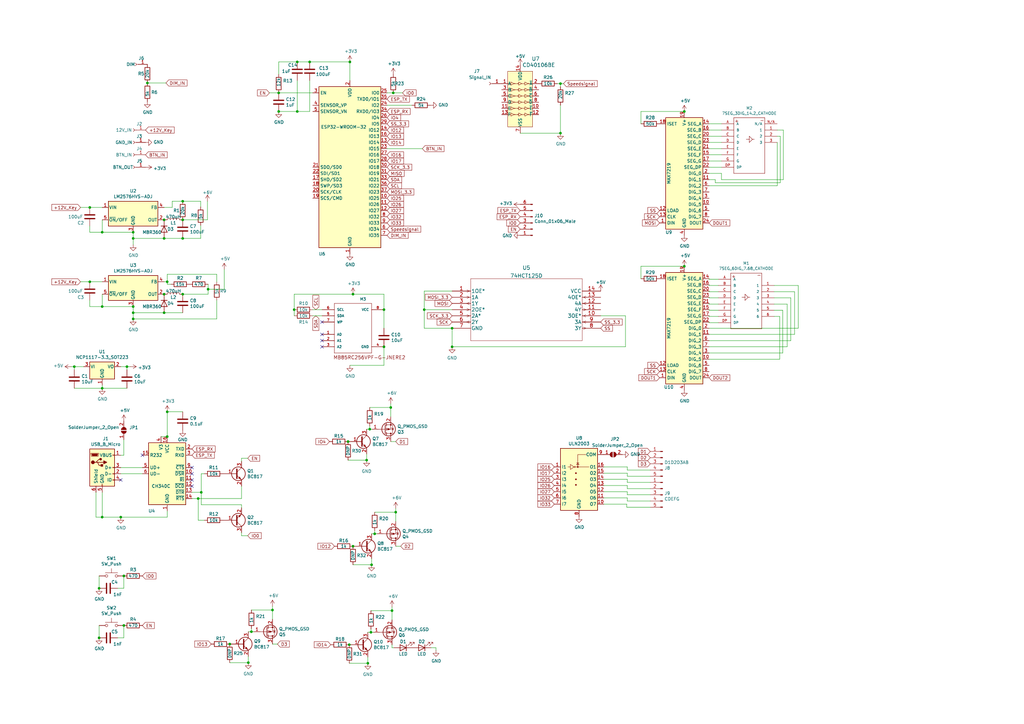
<source format=kicad_sch>
(kicad_sch (version 20211123) (generator eeschema)
  (paper "A3")
  (lib_symbols
    (symbol "74hct125:74HCT125D" (pin_names (offset 0.254))
      (property "Reference" "U" (at 30.48 10.16 0))
      (property "Value" "74HCT125D" (at 30.48 7.62 0))
      (symbol "74HCT125D_1_1"
        (pin input line (at 0 0 0) (length 7.62) (name "1OE*") (number "1"))
        (pin input line (at 60.96 -10.16 180) (length 7.62) (name "3OE*") (number "10"))
        (pin output line (at 60.96 -7.62 180) (length 7.62) (name "4Y") (number "11"))
        (pin input line (at 60.96 -5.08 180) (length 7.62) (name "4A") (number "12"))
        (pin input line (at 60.96 -2.54 180) (length 7.62) (name "4OE*") (number "13"))
        (pin power_in line (at 60.96 0 180) (length 7.62) (name "VCC") (number "14"))
        (pin input line (at 0 -2.54 0) (length 7.62) (name "1A") (number "2"))
        (pin output line (at 0 -5.08 0) (length 7.62) (name "1Y") (number "3"))
        (pin input line (at 0 -7.62 0) (length 7.62) (name "2OE*") (number "4"))
        (pin input line (at 0 -10.16 0) (length 7.62) (name "2A*") (number "5"))
        (pin output line (at 0 -12.7 0) (length 7.62) (name "2Y") (number "6"))
        (pin power_in line (at 0 -15.24 0) (length 7.62) (name "GND") (number "7"))
        (pin output line (at 60.96 -15.24 180) (length 7.62) (name "3Y") (number "8"))
        (pin input line (at 60.96 -12.7 180) (length 7.62) (name "3A") (number "9"))
      )
    )
    (symbol "AAAsam_lib:7SEG_3DIG_14.2_CATHODE" (pin_names (offset 1.016))
      (property "Reference" "M" (at -5.08 25.4 0))
      (property "Value" "AAAsam_lib_7SEG_3DIG_14.2_CATHODE" (at -5.08 0 0))
      (symbol "7SEG_3DIG_14.2_CATHODE_1_0"
        (text "+" (at -11.5316 21.5392 0) (effects (font (size 1.4224 1.4224))))
        (text "-" (at -1.1176 21.7932 0) (effects (font (size 1.4224 1.4224))))
      )
      (symbol "7SEG_3DIG_14.2_CATHODE_1_1"
        (pin bidirectional line (at 5.08 17.78 180) (length 5.08) (name "1") (number "1"))
        (pin bidirectional line (at 5.08 15.24 180) (length 5.08) (name "2") (number "2"))
        (pin bidirectional line (at 5.08 12.7 180) (length 5.08) (name "3") (number "3"))
        (pin bidirectional line (at -17.78 20.32 0) (length 5.08) (name "A") (number "A"))
        (pin bidirectional line (at -17.78 17.78 0) (length 5.08) (name "B") (number "B"))
        (pin bidirectional line (at -17.78 15.24 0) (length 5.08) (name "C") (number "C"))
        (pin bidirectional line (at -17.78 12.7 0) (length 5.08) (name "D") (number "D"))
        (pin bidirectional line (at -17.78 2.54 0) (length 5.08) (name "DP") (number "DP"))
        (pin bidirectional line (at -17.78 10.16 0) (length 5.08) (name "E") (number "E"))
        (pin bidirectional line (at -17.78 7.62 0) (length 5.08) (name "F") (number "F"))
        (pin bidirectional line (at -17.78 5.08 0) (length 5.08) (name "G") (number "G"))
        (pin bidirectional line (at 5.08 20.32 180) (length 5.08) (name "N/A") (number "N/A"))
      )
    )
    (symbol "AAAsam_lib:7SEG_6DIG_7.68_CATHODE" (pin_names (offset 1.016))
      (property "Reference" "M" (at 1.27 16.256 0))
      (property "Value" "AAAsam_lib_7SEG_6DIG_7.68_CATHODE" (at 1.27 -9.144 0))
      (symbol "7SEG_6DIG_7.68_CATHODE_1_0"
        (text "+" (at -5.1816 12.3952 0) (effects (font (size 1.4224 1.4224))))
        (text "-" (at 5.2324 12.9032 0) (effects (font (size 1.4224 1.4224))))
      )
      (symbol "7SEG_6DIG_7.68_CATHODE_1_1"
        (pin bidirectional line (at 11.43 8.636 180) (length 5.08) (name "1") (number "1"))
        (pin bidirectional line (at 11.43 6.096 180) (length 5.08) (name "2") (number "2"))
        (pin bidirectional line (at 11.43 3.556 180) (length 5.08) (name "3") (number "3"))
        (pin bidirectional line (at 11.43 1.016 180) (length 5.08) (name "4") (number "4"))
        (pin bidirectional line (at 11.43 -1.524 180) (length 5.08) (name "5") (number "5"))
        (pin bidirectional line (at 11.43 -4.064 180) (length 5.08) (name "6") (number "6"))
        (pin bidirectional line (at -11.43 11.176 0) (length 5.08) (name "A") (number "A"))
        (pin bidirectional line (at -11.43 8.636 0) (length 5.08) (name "B") (number "B"))
        (pin bidirectional line (at -11.43 6.096 0) (length 5.08) (name "C") (number "C"))
        (pin bidirectional line (at -11.43 3.556 0) (length 5.08) (name "D") (number "D"))
        (pin bidirectional line (at -11.43 -6.604 0) (length 5.08) (name "DP") (number "DP"))
        (pin bidirectional line (at -11.43 1.016 0) (length 5.08) (name "E") (number "E"))
        (pin bidirectional line (at -11.43 -1.524 0) (length 5.08) (name "F") (number "F"))
        (pin bidirectional line (at -11.43 -4.064 0) (length 5.08) (name "G") (number "G"))
      )
    )
    (symbol "AAAsam_lib:MB85RC256VPF-G-JNERE2" (pin_names (offset 1.016))
      (property "Reference" "M" (at -7.112 10.922 0))
      (symbol "MB85RC256VPF-G-JNERE2_1_0"
        (text "MB85RC256VPF-G-JNERE2" (at 6.731 -11.9888 0) (effects (font (size 1.4224 1.4224))))
      )
      (symbol "MB85RC256VPF-G-JNERE2_1_1"
        (pin bidirectional line (at -12.7 -2.54 0) (length 5.08) (name "A0") (number "1"))
        (pin bidirectional line (at -12.7 -5.08 0) (length 5.08) (name "A1") (number "2"))
        (pin bidirectional line (at -12.7 -7.62 0) (length 5.08) (name "A2") (number "3"))
        (pin bidirectional line (at 12.7 -7.62 180) (length 5.08) (name "GND") (number "4"))
        (pin bidirectional line (at -12.7 5.08 0) (length 5.08) (name "SDA") (number "5"))
        (pin bidirectional line (at -12.7 7.62 0) (length 5.08) (name "SCL") (number "6"))
        (pin bidirectional line (at -12.7 2.54 0) (length 5.08) (name "WP") (number "7"))
        (pin bidirectional line (at 12.7 7.62 180) (length 5.08) (name "VCC") (number "8"))
      )
    )
    (symbol "Connector:Conn_01x01_Female" (pin_names (offset 1.016) hide)
      (property "Reference" "J" (at 0 2.54 0))
      (property "Value" "Conn_01x01_Female" (at 0 -2.54 0))
      (symbol "Conn_01x01_Female_1_1"
        (pin passive line (at -5.08 0 0) (length 3.81) (name "Pin_1") (number "1"))
      )
    )
    (symbol "Connector:Conn_01x05_Male" (pin_names (offset 1.016) hide)
      (property "Reference" "J" (at 0 7.62 0))
      (property "Value" "Conn_01x05_Male" (at 0 -7.62 0))
      (symbol "Conn_01x05_Male_1_1"
        (pin passive line (at 5.08 5.08 180) (length 3.81) (name "Pin_1") (number "1"))
        (pin passive line (at 5.08 2.54 180) (length 3.81) (name "Pin_2") (number "2"))
        (pin passive line (at 5.08 0 180) (length 3.81) (name "Pin_3") (number "3"))
        (pin passive line (at 5.08 -2.54 180) (length 3.81) (name "Pin_4") (number "4"))
        (pin passive line (at 5.08 -5.08 180) (length 3.81) (name "Pin_5") (number "5"))
      )
    )
    (symbol "Connector:Conn_01x06_Male" (pin_names (offset 1.016) hide)
      (property "Reference" "J" (at 0 7.62 0))
      (property "Value" "Conn_01x06_Male" (at 0 -10.16 0))
      (symbol "Conn_01x06_Male_1_1"
        (pin passive line (at 5.08 5.08 180) (length 3.81) (name "Pin_1") (number "1"))
        (pin passive line (at 5.08 2.54 180) (length 3.81) (name "Pin_2") (number "2"))
        (pin passive line (at 5.08 0 180) (length 3.81) (name "Pin_3") (number "3"))
        (pin passive line (at 5.08 -2.54 180) (length 3.81) (name "Pin_4") (number "4"))
        (pin passive line (at 5.08 -5.08 180) (length 3.81) (name "Pin_5") (number "5"))
        (pin passive line (at 5.08 -7.62 180) (length 3.81) (name "Pin_6") (number "6"))
      )
    )
    (symbol "Connector:USB_B_Micro" (pin_names (offset 1.016))
      (property "Reference" "J" (at -5.08 11.43 0))
      (property "Value" "USB_B_Micro" (at -5.08 8.89 0))
      (symbol "USB_B_Micro_1_1"
        (pin power_out line (at 7.62 5.08 180) (length 2.54) (name "VBUS") (number "1"))
        (pin bidirectional line (at 7.62 -2.54 180) (length 2.54) (name "D-") (number "2"))
        (pin bidirectional line (at 7.62 0 180) (length 2.54) (name "D+") (number "3"))
        (pin passive line (at 7.62 -5.08 180) (length 2.54) (name "ID") (number "4"))
        (pin power_out line (at 0 -10.16 90) (length 2.54) (name "GND") (number "5"))
        (pin passive line (at -2.54 -10.16 90) (length 2.54) (name "Shield") (number "6"))
      )
    )
    (symbol "Device:C" (pin_numbers hide) (pin_names (offset 0.254))
      (property "Reference" "C" (at 0.635 2.54 0))
      (property "Value" "C" (at 0.635 -2.54 0))
      (symbol "C_1_1"
        (pin passive line (at 0 3.81 270) (length 2.794) (name "~") (number "1"))
        (pin passive line (at 0 -3.81 90) (length 2.794) (name "~") (number "2"))
      )
    )
    (symbol "Device:D" (pin_numbers hide) (pin_names (offset 1.016) hide)
      (property "Reference" "D" (at 0 2.54 0))
      (property "Value" "D" (at 0 -2.54 0))
      (symbol "D_1_1"
        (pin passive line (at -3.81 0 0) (length 2.54) (name "K") (number "1"))
        (pin passive line (at 3.81 0 180) (length 2.54) (name "A") (number "2"))
      )
    )
    (symbol "Device:L" (pin_numbers hide) (pin_names (offset 1.016) hide)
      (property "Reference" "L" (at -1.27 0 90))
      (property "Value" "L" (at 1.905 0 90))
      (symbol "L_1_1"
        (pin passive line (at 0 3.81 270) (length 1.27) (name "1") (number "1"))
        (pin passive line (at 0 -3.81 90) (length 1.27) (name "2") (number "2"))
      )
    )
    (symbol "Device:LED" (pin_numbers hide) (pin_names (offset 1.016) hide)
      (property "Reference" "D" (at 0 2.54 0))
      (property "Value" "LED" (at 0 -2.54 0))
      (symbol "LED_1_1"
        (pin passive line (at -3.81 0 0) (length 2.54) (name "K") (number "1"))
        (pin passive line (at 3.81 0 180) (length 2.54) (name "A") (number "2"))
      )
    )
    (symbol "Device:Q_PMOS_GSD" (pin_names (offset 0) hide)
      (property "Reference" "Q" (at 5.08 1.27 0))
      (property "Value" "Q_PMOS_GSD" (at 5.08 -1.27 0))
      (symbol "Q_PMOS_GSD_1_1"
        (pin input line (at -5.08 0 0) (length 2.54) (name "G") (number "1"))
        (pin passive line (at 2.54 -5.08 90) (length 2.54) (name "S") (number "2"))
        (pin passive line (at 2.54 5.08 270) (length 2.54) (name "D") (number "3"))
      )
    )
    (symbol "Device:R" (pin_numbers hide) (pin_names (offset 0))
      (property "Reference" "R" (at 2.032 0 90))
      (property "Value" "R" (at 0 0 90))
      (symbol "R_1_1"
        (pin passive line (at 0 3.81 270) (length 1.27) (name "~") (number "1"))
        (pin passive line (at 0 -3.81 90) (length 1.27) (name "~") (number "2"))
      )
    )
    (symbol "Driver_LED:MAX7219"
      (property "Reference" "U" (at -6.35 24.13 0))
      (property "Value" "MAX7219" (at 1.27 25.4 0))
      (symbol "MAX7219_1_1"
        (pin input line (at -10.16 -20.32 0) (length 2.54) (name "DIN") (number "1"))
        (pin output line (at 10.16 -12.7 180) (length 2.54) (name "DIG_5") (number "10"))
        (pin output line (at 10.16 -2.54 180) (length 2.54) (name "DIG_1") (number "11"))
        (pin input line (at -10.16 -15.24 0) (length 2.54) (name "LOAD") (number "12"))
        (pin input line (at -10.16 -17.78 0) (length 2.54) (name "CLK") (number "13"))
        (pin output line (at 10.16 20.32 180) (length 2.54) (name "SEG_A") (number "14"))
        (pin output line (at 10.16 7.62 180) (length 2.54) (name "SEG_F") (number "15"))
        (pin output line (at 10.16 17.78 180) (length 2.54) (name "SEG_B") (number "16"))
        (pin output line (at 10.16 5.08 180) (length 2.54) (name "SEG_G") (number "17"))
        (pin input line (at -10.16 20.32 0) (length 2.54) (name "ISET") (number "18"))
        (pin power_in line (at 0 25.4 270) (length 2.54) (name "V+") (number "19"))
        (pin output line (at 10.16 0 180) (length 2.54) (name "DIG_0") (number "2"))
        (pin output line (at 10.16 15.24 180) (length 2.54) (name "SEG_C") (number "20"))
        (pin output line (at 10.16 10.16 180) (length 2.54) (name "SEG_E") (number "21"))
        (pin output line (at 10.16 2.54 180) (length 2.54) (name "SEG_DP") (number "22"))
        (pin output line (at 10.16 12.7 180) (length 2.54) (name "SEG_D") (number "23"))
        (pin output line (at 10.16 -20.32 180) (length 2.54) (name "DOUT") (number "24"))
        (pin output line (at 10.16 -10.16 180) (length 2.54) (name "DIG_4") (number "3"))
        (pin power_in line (at 0 -25.4 90) (length 2.54) (name "GND") (number "4"))
        (pin output line (at 10.16 -15.24 180) (length 2.54) (name "DIG_6") (number "5"))
        (pin output line (at 10.16 -5.08 180) (length 2.54) (name "DIG_2") (number "6"))
        (pin output line (at 10.16 -7.62 180) (length 2.54) (name "DIG_3") (number "7"))
        (pin output line (at 10.16 -17.78 180) (length 2.54) (name "DIG_7") (number "8"))
        (pin passive line (at 0 -25.4 90) (length 2.54) hide (name "GND") (number "9"))
      )
    )
    (symbol "Interface_USB:CH340C"
      (property "Reference" "U" (at -5.08 13.97 0))
      (property "Value" "CH340C" (at 1.27 13.97 0))
      (symbol "CH340C_1_1"
        (pin power_in line (at 0 -15.24 90) (length 2.54) (name "GND") (number "1"))
        (pin input line (at 10.16 0 180) (length 2.54) (name "~{DSR}") (number "10"))
        (pin input line (at 10.16 -2.54 180) (length 2.54) (name "~{RI}") (number "11"))
        (pin input line (at 10.16 -5.08 180) (length 2.54) (name "~{DCD}") (number "12"))
        (pin output line (at 10.16 -7.62 180) (length 2.54) (name "~{DTR}") (number "13"))
        (pin output line (at 10.16 -10.16 180) (length 2.54) (name "~{RTS}") (number "14"))
        (pin input line (at -10.16 7.62 0) (length 2.54) (name "R232") (number "15"))
        (pin power_in line (at 0 15.24 270) (length 2.54) (name "VCC") (number "16"))
        (pin output line (at 10.16 10.16 180) (length 2.54) (name "TXD") (number "2"))
        (pin input line (at 10.16 7.62 180) (length 2.54) (name "RXD") (number "3"))
        (pin passive line (at -2.54 15.24 270) (length 2.54) (name "V3") (number "4"))
        (pin bidirectional line (at -10.16 2.54 0) (length 2.54) (name "UD+") (number "5"))
        (pin bidirectional line (at -10.16 0 0) (length 2.54) (name "UD-") (number "6"))
        (pin no_connect line (at -7.62 -7.62 0) (length 2.54) hide (name "NC") (number "7"))
        (pin no_connect line (at -7.62 -10.16 0) (length 2.54) hide (name "NC") (number "8"))
        (pin input line (at 10.16 2.54 180) (length 2.54) (name "~{CTS}") (number "9"))
      )
    )
    (symbol "Jumper:SolderJumper_2_Open" (pin_names (offset 0) hide)
      (property "Reference" "JP" (at 0 2.032 0))
      (property "Value" "SolderJumper_2_Open" (at 0 -2.54 0))
      (symbol "SolderJumper_2_Open_1_1"
        (pin passive line (at -3.81 0 0) (length 2.54) (name "A") (number "1"))
        (pin passive line (at 3.81 0 180) (length 2.54) (name "B") (number "2"))
      )
    )
    (symbol "RF_Module:ESP32-WROOM-32"
      (property "Reference" "U" (at -12.7 34.29 0))
      (property "Value" "ESP32-WROOM-32" (at 1.27 34.29 0))
      (symbol "ESP32-WROOM-32_1_1"
        (pin power_in line (at 0 -35.56 90) (length 2.54) (name "GND") (number "1"))
        (pin bidirectional line (at 15.24 -12.7 180) (length 2.54) (name "IO25") (number "10"))
        (pin bidirectional line (at 15.24 -15.24 180) (length 2.54) (name "IO26") (number "11"))
        (pin bidirectional line (at 15.24 -17.78 180) (length 2.54) (name "IO27") (number "12"))
        (pin bidirectional line (at 15.24 10.16 180) (length 2.54) (name "IO14") (number "13"))
        (pin bidirectional line (at 15.24 15.24 180) (length 2.54) (name "IO12") (number "14"))
        (pin passive line (at 0 -35.56 90) (length 2.54) hide (name "GND") (number "15"))
        (pin bidirectional line (at 15.24 12.7 180) (length 2.54) (name "IO13") (number "16"))
        (pin bidirectional line (at -15.24 -5.08 0) (length 2.54) (name "SHD/SD2") (number "17"))
        (pin bidirectional line (at -15.24 -7.62 0) (length 2.54) (name "SWP/SD3") (number "18"))
        (pin bidirectional line (at -15.24 -12.7 0) (length 2.54) (name "SCS/CMD") (number "19"))
        (pin power_in line (at 0 35.56 270) (length 2.54) (name "VDD") (number "2"))
        (pin bidirectional line (at -15.24 -10.16 0) (length 2.54) (name "SCK/CLK") (number "20"))
        (pin bidirectional line (at -15.24 0 0) (length 2.54) (name "SDO/SD0") (number "21"))
        (pin bidirectional line (at -15.24 -2.54 0) (length 2.54) (name "SDI/SD1") (number "22"))
        (pin bidirectional line (at 15.24 7.62 180) (length 2.54) (name "IO15") (number "23"))
        (pin bidirectional line (at 15.24 25.4 180) (length 2.54) (name "IO2") (number "24"))
        (pin bidirectional line (at 15.24 30.48 180) (length 2.54) (name "IO0") (number "25"))
        (pin bidirectional line (at 15.24 20.32 180) (length 2.54) (name "IO4") (number "26"))
        (pin bidirectional line (at 15.24 5.08 180) (length 2.54) (name "IO16") (number "27"))
        (pin bidirectional line (at 15.24 2.54 180) (length 2.54) (name "IO17") (number "28"))
        (pin bidirectional line (at 15.24 17.78 180) (length 2.54) (name "IO5") (number "29"))
        (pin input line (at -15.24 30.48 0) (length 2.54) (name "EN") (number "3"))
        (pin bidirectional line (at 15.24 0 180) (length 2.54) (name "IO18") (number "30"))
        (pin bidirectional line (at 15.24 -2.54 180) (length 2.54) (name "IO19") (number "31"))
        (pin no_connect line (at -12.7 -27.94 0) (length 2.54) hide (name "NC") (number "32"))
        (pin bidirectional line (at 15.24 -5.08 180) (length 2.54) (name "IO21") (number "33"))
        (pin bidirectional line (at 15.24 22.86 180) (length 2.54) (name "RXD0/IO3") (number "34"))
        (pin bidirectional line (at 15.24 27.94 180) (length 2.54) (name "TXD0/IO1") (number "35"))
        (pin bidirectional line (at 15.24 -7.62 180) (length 2.54) (name "IO22") (number "36"))
        (pin bidirectional line (at 15.24 -10.16 180) (length 2.54) (name "IO23") (number "37"))
        (pin passive line (at 0 -35.56 90) (length 2.54) hide (name "GND") (number "38"))
        (pin passive line (at 0 -35.56 90) (length 2.54) hide (name "GND") (number "39"))
        (pin input line (at -15.24 25.4 0) (length 2.54) (name "SENSOR_VP") (number "4"))
        (pin input line (at -15.24 22.86 0) (length 2.54) (name "SENSOR_VN") (number "5"))
        (pin input line (at 15.24 -25.4 180) (length 2.54) (name "IO34") (number "6"))
        (pin input line (at 15.24 -27.94 180) (length 2.54) (name "IO35") (number "7"))
        (pin bidirectional line (at 15.24 -20.32 180) (length 2.54) (name "IO32") (number "8"))
        (pin bidirectional line (at 15.24 -22.86 180) (length 2.54) (name "IO33") (number "9"))
      )
    )
    (symbol "Regulator_Linear:NCP1117-3.3_SOT223" (pin_names (offset 0.254))
      (property "Reference" "U" (at -3.81 3.175 0))
      (property "Value" "NCP1117-3.3_SOT223" (at 0 3.175 0))
      (symbol "NCP1117-3.3_SOT223_1_1"
        (pin power_in line (at 0 -7.62 90) (length 2.54) (name "GND") (number "1"))
        (pin power_out line (at 7.62 0 180) (length 2.54) (name "VO") (number "2"))
        (pin power_in line (at -7.62 0 0) (length 2.54) (name "VI") (number "3"))
      )
    )
    (symbol "Regulator_Switching:LM2576HVS-ADJ" (pin_names (offset 0.254))
      (property "Reference" "U" (at -10.16 6.35 0))
      (property "Value" "LM2576HVS-ADJ" (at 0 6.35 0))
      (symbol "LM2576HVS-ADJ_1_1"
        (pin power_in line (at -12.7 2.54 0) (length 2.54) (name "VIN") (number "1"))
        (pin output line (at 12.7 -2.54 180) (length 2.54) (name "OUT") (number "2"))
        (pin power_in line (at 0 -7.62 90) (length 2.54) (name "GND") (number "3"))
        (pin input line (at 12.7 2.54 180) (length 2.54) (name "FB") (number "4"))
        (pin input line (at -12.7 -2.54 0) (length 2.54) (name "~{ON}/OFF") (number "5"))
      )
    )
    (symbol "Switch:SW_Push" (pin_numbers hide) (pin_names (offset 1.016) hide)
      (property "Reference" "SW" (at 1.27 2.54 0))
      (property "Value" "SW_Push" (at 0 -1.524 0))
      (symbol "SW_Push_0_1"
        (pin passive line (at -5.08 0 0) (length 2.54) (name "1") (number "1"))
        (pin passive line (at 5.08 0 180) (length 2.54) (name "2") (number "2"))
      )
    )
    (symbol "Transistor_Array:ULN2003"
      (property "Reference" "U" (at 0 15.875 0))
      (property "Value" "ULN2003" (at 0 13.97 0))
      (symbol "ULN2003_1_1"
        (pin input line (at -10.16 5.08 0) (length 2.54) (name "I1") (number "1"))
        (pin open_collector line (at 10.16 -10.16 180) (length 2.54) (name "O7") (number "10"))
        (pin open_collector line (at 10.16 -7.62 180) (length 2.54) (name "O6") (number "11"))
        (pin open_collector line (at 10.16 -5.08 180) (length 2.54) (name "O5") (number "12"))
        (pin open_collector line (at 10.16 -2.54 180) (length 2.54) (name "O4") (number "13"))
        (pin open_collector line (at 10.16 0 180) (length 2.54) (name "O3") (number "14"))
        (pin open_collector line (at 10.16 2.54 180) (length 2.54) (name "O2") (number "15"))
        (pin open_collector line (at 10.16 5.08 180) (length 2.54) (name "O1") (number "16"))
        (pin input line (at -10.16 2.54 0) (length 2.54) (name "I2") (number "2"))
        (pin input line (at -10.16 0 0) (length 2.54) (name "I3") (number "3"))
        (pin input line (at -10.16 -2.54 0) (length 2.54) (name "I4") (number "4"))
        (pin input line (at -10.16 -5.08 0) (length 2.54) (name "I5") (number "5"))
        (pin input line (at -10.16 -7.62 0) (length 2.54) (name "I6") (number "6"))
        (pin input line (at -10.16 -10.16 0) (length 2.54) (name "I7") (number "7"))
        (pin power_in line (at 0 -15.24 90) (length 2.54) (name "GND") (number "8"))
        (pin passive line (at 10.16 10.16 180) (length 2.54) (name "COM") (number "9"))
      )
    )
    (symbol "Transistor_BJT:BC847" (pin_names (offset 0) hide)
      (property "Reference" "Q" (at 5.08 1.905 0))
      (property "Value" "BC847" (at 5.08 0 0))
      (symbol "BC847_1_1"
        (pin input line (at -5.08 0 0) (length 5.715) (name "B") (number "1"))
        (pin passive line (at 2.54 -5.08 90) (length 2.54) (name "E") (number "2"))
        (pin passive line (at 2.54 5.08 270) (length 2.54) (name "C") (number "3"))
      )
    )
    (symbol "dk_Logic-Gates-and-Inverters:CD40106BE" (pin_names (offset 0.0254))
      (property "Reference" "U" (at -2.54 13.716 0))
      (property "Value" "dk_Logic-Gates-and-Inverters_CD40106BE" (at 0.508 -11.43 0))
      (symbol "CD40106BE_1_1"
        (pin input line (at -7.62 7.62 0) (length 2.54) (name "A") (number "1"))
        (pin output line (at 7.62 -2.54 180) (length 2.54) (name "~{E}") (number "10"))
        (pin input line (at -7.62 -2.54 0) (length 2.54) (name "E") (number "11"))
        (pin output line (at 7.62 -5.08 180) (length 2.54) (name "~{F}") (number "12"))
        (pin input line (at -7.62 -5.08 0) (length 2.54) (name "F") (number "13"))
        (pin power_in line (at 0 15.24 270) (length 2.54) (name "VDD") (number "14"))
        (pin output line (at 7.62 7.62 180) (length 2.54) (name "~{A}") (number "2"))
        (pin input line (at -7.62 5.08 0) (length 2.54) (name "B") (number "3"))
        (pin output line (at 7.62 5.08 180) (length 2.54) (name "~{B}") (number "4"))
        (pin input line (at -7.62 2.54 0) (length 2.54) (name "C") (number "5"))
        (pin output line (at 7.62 2.54 180) (length 2.54) (name "~{C}") (number "6"))
        (pin power_in line (at 0 -12.7 90) (length 2.54) (name "VSS") (number "7"))
        (pin output line (at 7.62 0 180) (length 2.54) (name "~{D}") (number "8"))
        (pin input line (at -7.62 0 0) (length 2.54) (name "D") (number "9"))
      )
    )
    (symbol "power:+3.3V" (power) (pin_names (offset 0))
      (property "Value" "+3.3V" (at 0 3.556 0))
      (symbol "+3.3V_1_1"
        (pin power_in line (at 0 0 90) (length 0) hide (name "+3V3") (number "1"))
      )
    )
    (symbol "power:+5V" (power) (pin_names (offset 0))
      (property "Value" "+5V" (at 0 3.556 0))
      (symbol "+5V_1_1"
        (pin power_in line (at 0 0 90) (length 0) hide (name "+5V") (number "1"))
      )
    )
    (symbol "power:+6V" (power) (pin_names (offset 0))
      (property "Value" "+6V" (at 0 3.556 0))
      (symbol "+6V_1_1"
        (pin power_in line (at 0 0 90) (length 0) hide (name "+6V") (number "1"))
      )
    )
    (symbol "power:GND" (power) (pin_names (offset 0))
      (property "Value" "GND" (at 0 -3.81 0))
      (symbol "GND_1_1"
        (pin power_in line (at 0 0 270) (length 0) hide (name "GND") (number "1"))
      )
    )
  )
  (junction (at 54.61 130.81))
  (junction (at 94.234 264.16))
  (junction (at 114.3 45.72))
  (junction (at 280.67 109.22))
  (junction (at 68.58 115.57))
  (junction (at 41.91 125.73))
  (junction (at 30.48 150.368))
  (junction (at 144.78 120.65))
  (junction (at 151.638 176.022))
  (junction (at 36.83 115.57))
  (junction (at 60.452 34.036))
  (junction (at 68.58 179.07))
  (junction (at 67.31 120.65))
  (junction (at 150.368 188.722))
  (junction (at 185.42 134.62))
  (junction (at 157.48 127))
  (junction (at 49.53 212.09))
  (junction (at 54.61 125.73))
  (junction (at 40.64 241.3))
  (junction (at 74.93 120.65))
  (junction (at 50.8 236.22))
  (junction (at 153.67 218.948))
  (junction (at 67.31 90.17))
  (junction (at 160.274 167.132))
  (junction (at 142.748 181.102))
  (junction (at 157.48 142.24))
  (junction (at 160.782 250.444))
  (junction (at 121.92 45.72))
  (junction (at 74.93 97.79))
  (junction (at 152.4 231.648))
  (junction (at 143.51 25.4))
  (junction (at 41.91 212.09))
  (junction (at 121.92 25.4))
  (junction (at 52.07 150.368))
  (junction (at 54.61 128.27))
  (junction (at 54.61 97.79))
  (junction (at 68.58 168.91))
  (junction (at 150.876 272.034))
  (junction (at 111.76 250.19))
  (junction (at 50.8 256.54))
  (junction (at 82.55 201.93))
  (junction (at 67.31 97.79))
  (junction (at 85.344 118.618))
  (junction (at 74.93 82.55))
  (junction (at 161.29 38.1))
  (junction (at 67.31 128.27))
  (junction (at 101.854 271.78))
  (junction (at 229.87 34.29))
  (junction (at 81.28 204.47))
  (junction (at 120.65 127))
  (junction (at 173.99 127))
  (junction (at 229.87 54.61))
  (junction (at 162.306 210.058))
  (junction (at 280.67 45.72))
  (junction (at 127 25.4))
  (junction (at 41.91 159.258))
  (junction (at 74.93 90.17))
  (junction (at 36.83 85.09))
  (junction (at 152.146 259.334))
  (junction (at 144.78 224.028))
  (junction (at 114.3 38.1))
  (junction (at 40.64 261.62))
  (junction (at 54.61 95.25))
  (junction (at 143.256 264.414))
  (junction (at 185.42 142.24))
  (junction (at 41.91 95.25))
  (junction (at 103.124 259.08))
  (no_connect (at 78.74 194.31))
  (no_connect (at 78.74 191.77))
  (no_connect (at 58.42 186.69))
  (no_connect (at 132.08 132.08))
  (no_connect (at 78.74 196.85))
  (no_connect (at 49.53 196.85))
  (no_connect (at 132.08 142.24))
  (no_connect (at 78.74 199.39))
  (no_connect (at 132.08 137.16))
  (no_connect (at 132.08 139.7))
  (wire (pts (xy 257.302 194.056) (xy 247.65 194.056)))
  (wire (pts (xy 50.8 186.69) (xy 50.8 180.34)))
  (wire (pts (xy 40.64 236.22) (xy 40.64 241.3)))
  (wire (pts (xy 143.51 25.4) (xy 143.51 33.02)))
  (wire (pts (xy 290.83 127.254) (xy 290.83 127)))
  (wire (pts (xy 127 25.4) (xy 121.92 25.4)))
  (wire (pts (xy 185.42 119.38) (xy 173.99 119.38)))
  (wire (pts (xy 290.83 117.094) (xy 290.83 116.84)))
  (wire (pts (xy 173.99 134.62) (xy 185.42 134.62)))
  (wire (pts (xy 327.406 117.094) (xy 327.406 134.62)))
  (wire (pts (xy 229.87 34.29) (xy 229.87 35.56)))
  (wire (pts (xy 325.882 119.634) (xy 325.882 137.16)))
  (wire (pts (xy 322.834 124.714) (xy 322.834 142.24)))
  (wire (pts (xy 41.91 120.65) (xy 41.91 125.73)))
  (wire (pts (xy 54.61 97.79) (xy 54.61 95.25)))
  (wire (pts (xy 158.75 43.18) (xy 168.91 43.18)))
  (wire (pts (xy 88.9 123.19) (xy 88.9 130.81)))
  (wire (pts (xy 153.67 217.678) (xy 153.67 218.948)))
  (wire (pts (xy 293.37 73.66) (xy 290.83 73.66)))
  (wire (pts (xy 295.91 73.66) (xy 295.91 71.12)))
  (wire (pts (xy 99.06 187.96) (xy 101.6 187.96)))
  (wire (pts (xy 317.5 119.634) (xy 325.882 119.634)))
  (wire (pts (xy 290.83 129.794) (xy 290.83 129.54)))
  (wire (pts (xy 67.31 97.79) (xy 54.61 97.79)))
  (wire (pts (xy 48.26 241.3) (xy 50.8 241.3)))
  (wire (pts (xy 30.48 151.638) (xy 30.48 150.368)))
  (wire (pts (xy 52.07 150.368) (xy 52.07 151.638)))
  (wire (pts (xy 319.786 147.32) (xy 290.83 147.32)))
  (wire (pts (xy 290.83 132.334) (xy 290.83 132.08)))
  (wire (pts (xy 82.296 84.836) (xy 82.296 82.55)))
  (wire (pts (xy 99.06 219.71) (xy 101.6 219.71)))
  (wire (pts (xy 41.91 90.17) (xy 41.91 95.25)))
  (wire (pts (xy 30.48 150.368) (xy 29.21 150.368)))
  (wire (pts (xy 151.638 176.022) (xy 150.368 176.022)))
  (wire (pts (xy 54.61 97.79) (xy 54.61 100.33)))
  (wire (pts (xy 157.48 149.86) (xy 157.48 142.24)))
  (wire (pts (xy 70.612 82.55) (xy 74.93 82.55)))
  (wire (pts (xy 257.302 196.596) (xy 247.65 196.596)))
  (wire (pts (xy 294.64 129.794) (xy 290.83 129.794)))
  (wire (pts (xy 294.64 122.174) (xy 290.83 122.174)))
  (wire (pts (xy 99.06 207.01) (xy 99.06 208.28)))
  (wire (pts (xy 49.53 212.09) (xy 68.58 212.09)))
  (wire (pts (xy 173.99 127) (xy 185.42 127)))
  (wire (pts (xy 322.834 142.24) (xy 290.83 142.24)))
  (wire (pts (xy 165.1 38.1) (xy 161.29 38.1)))
  (wire (pts (xy 91.948 110.49) (xy 91.948 118.618)))
  (wire (pts (xy 68.58 116.586) (xy 68.58 115.57)))
  (wire (pts (xy 127 45.72) (xy 127 33.02)))
  (wire (pts (xy 160.274 165.608) (xy 160.274 167.132)))
  (wire (pts (xy 290.83 63.5) (xy 295.91 63.5)))
  (wire (pts (xy 103.124 257.81) (xy 103.124 259.08)))
  (wire (pts (xy 41.91 201.93) (xy 41.91 212.09)))
  (wire (pts (xy 99.06 218.44) (xy 99.06 219.71)))
  (wire (pts (xy 290.83 119.634) (xy 290.83 119.38)))
  (wire (pts (xy 74.93 120.65) (xy 85.344 120.65)))
  (wire (pts (xy 85.344 118.618) (xy 91.948 118.618)))
  (wire (pts (xy 39.37 201.93) (xy 39.37 212.09)))
  (wire (pts (xy 70.612 85.09) (xy 70.612 82.55)))
  (wire (pts (xy 280.67 45.72) (xy 262.89 45.72)))
  (wire (pts (xy 318.77 58.42) (xy 318.77 76.2)))
  (wire (pts (xy 157.48 127) (xy 157.48 134.62)))
  (wire (pts (xy 152.146 259.334) (xy 150.876 259.334)))
  (wire (pts (xy 150.368 186.182) (xy 150.368 188.722)))
  (wire (pts (xy 176.784 265.684) (xy 178.816 265.684)))
  (wire (pts (xy 160.782 264.414) (xy 160.782 265.684)))
  (wire (pts (xy 321.056 127.254) (xy 321.056 144.78)))
  (wire (pts (xy 58.42 191.77) (xy 49.53 191.77)))
  (wire (pts (xy 153.67 218.948) (xy 154.686 218.948)))
  (wire (pts (xy 318.77 76.2) (xy 290.83 76.2)))
  (wire (pts (xy 41.91 125.73) (xy 54.61 125.73)))
  (wire (pts (xy 290.83 122.174) (xy 290.83 121.92)))
  (wire (pts (xy 30.48 150.368) (xy 34.29 150.368)))
  (wire (pts (xy 266.7 208.026) (xy 257.048 208.026)))
  (wire (pts (xy 290.83 53.34) (xy 295.91 53.34)))
  (wire (pts (xy 41.91 85.09) (xy 36.83 85.09)))
  (wire (pts (xy 319.786 129.794) (xy 319.786 147.32)))
  (wire (pts (xy 324.358 122.174) (xy 324.358 139.7)))
  (wire (pts (xy 68.58 115.57) (xy 68.58 112.522)))
  (wire (pts (xy 290.83 58.42) (xy 295.91 58.42)))
  (wire (pts (xy 290.83 124.714) (xy 294.64 124.714)))
  (wire (pts (xy 30.48 159.258) (xy 41.91 159.258)))
  (wire (pts (xy 114.3 45.72) (xy 121.92 45.72)))
  (wire (pts (xy 81.28 213.36) (xy 83.82 213.36)))
  (wire (pts (xy 78.74 201.93) (xy 82.55 201.93)))
  (wire (pts (xy 229.87 34.29) (xy 231.14 34.29)))
  (wire (pts (xy 185.42 142.24) (xy 256.54 142.24)))
  (wire (pts (xy 121.92 45.72) (xy 121.92 33.02)))
  (wire (pts (xy 290.83 66.04) (xy 295.91 66.04)))
  (wire (pts (xy 52.07 150.368) (xy 53.34 150.368)))
  (wire (pts (xy 103.124 259.08) (xy 104.14 259.08)))
  (wire (pts (xy 121.92 45.72) (xy 127 45.72)))
  (wire (pts (xy 50.8 241.3) (xy 50.8 236.22)))
  (wire (pts (xy 36.83 123.19) (xy 36.83 125.73)))
  (wire (pts (xy 213.36 54.61) (xy 229.87 54.61)))
  (wire (pts (xy 153.67 218.948) (xy 152.4 218.948)))
  (wire (pts (xy 325.882 137.16) (xy 290.83 137.16)))
  (wire (pts (xy 262.89 45.72) (xy 262.89 50.8)))
  (wire (pts (xy 257.048 206.756) (xy 247.65 206.756)))
  (wire (pts (xy 178.816 265.684) (xy 178.816 266.7)))
  (wire (pts (xy 317.5 122.174) (xy 324.358 122.174)))
  (wire (pts (xy 280.67 109.22) (xy 262.89 109.22)))
  (wire (pts (xy 114.3 38.1) (xy 128.27 38.1)))
  (wire (pts (xy 68.58 168.91) (xy 68.58 179.07)))
  (wire (pts (xy 256.54 129.54) (xy 246.38 129.54)))
  (wire (pts (xy 290.83 68.58) (xy 295.91 68.58)))
  (wire (pts (xy 151.638 176.022) (xy 152.654 176.022)))
  (wire (pts (xy 36.83 125.73) (xy 41.91 125.73)))
  (wire (pts (xy 257.302 197.866) (xy 257.302 196.596)))
  (wire (pts (xy 257.302 202.946) (xy 257.302 201.676)))
  (wire (pts (xy 85.09 90.17) (xy 85.09 82.55)))
  (wire (pts (xy 67.31 97.79) (xy 74.93 97.79)))
  (wire (pts (xy 128.27 129.54) (xy 132.08 129.54)))
  (wire (pts (xy 39.37 212.09) (xy 41.91 212.09)))
  (wire (pts (xy 68.58 168.91) (xy 74.93 168.91)))
  (wire (pts (xy 293.37 74.93) (xy 293.37 73.66)))
  (wire (pts (xy 257.302 199.136) (xy 247.65 199.136)))
  (wire (pts (xy 99.06 189.23) (xy 99.06 187.96)))
  (wire (pts (xy 161.29 38.1) (xy 158.75 38.1)))
  (wire (pts (xy 120.65 127) (xy 120.65 129.54)))
  (wire (pts (xy 294.64 117.094) (xy 290.83 117.094)))
  (wire (pts (xy 151.638 167.132) (xy 160.274 167.132)))
  (wire (pts (xy 160.782 248.92) (xy 160.782 250.444)))
  (wire (pts (xy 82.55 201.93) (xy 82.55 194.31)))
  (wire (pts (xy 143.51 149.86) (xy 157.48 149.86)))
  (wire (pts (xy 320.04 74.93) (xy 293.37 74.93)))
  (wire (pts (xy 111.76 250.19) (xy 111.76 254)))
  (wire (pts (xy 152.146 250.444) (xy 160.782 250.444)))
  (wire (pts (xy 121.92 25.4) (xy 114.3 25.4)))
  (wire (pts (xy 41.91 212.09) (xy 49.53 212.09)))
  (wire (pts (xy 82.55 194.31) (xy 83.82 194.31)))
  (wire (pts (xy 36.83 95.25) (xy 41.91 95.25)))
  (wire (pts (xy 78.74 204.47) (xy 81.28 204.47)))
  (wire (pts (xy 85.344 118.618) (xy 85.344 120.65)))
  (wire (pts (xy 114.3 25.4) (xy 114.3 30.48)))
  (wire (pts (xy 290.83 114.554) (xy 290.83 114.3)))
  (wire (pts (xy 162.306 208.534) (xy 162.306 210.058)))
  (wire (pts (xy 54.61 128.27) (xy 54.61 130.81)))
  (wire (pts (xy 68.072 34.036) (xy 60.452 34.036)))
  (wire (pts (xy 132.08 127) (xy 128.27 127)))
  (wire (pts (xy 257.302 192.786) (xy 257.302 191.516)))
  (wire (pts (xy 262.89 109.22) (xy 262.89 114.3)))
  (wire (pts (xy 85.344 116.586) (xy 85.344 118.618)))
  (wire (pts (xy 157.48 127) (xy 157.48 120.65)))
  (wire (pts (xy 160.274 167.132) (xy 160.274 170.942)))
  (wire (pts (xy 81.28 204.47) (xy 81.28 213.36)))
  (wire (pts (xy 120.65 120.65) (xy 120.65 127)))
  (wire (pts (xy 143.256 272.034) (xy 150.876 272.034)))
  (wire (pts (xy 229.87 43.18) (xy 229.87 54.61)))
  (wire (pts (xy 41.91 95.25) (xy 54.61 95.25)))
  (wire (pts (xy 82.55 201.93) (xy 82.55 207.01)))
  (wire (pts (xy 103.124 250.19) (xy 111.76 250.19)))
  (wire (pts (xy 88.9 130.81) (xy 54.61 130.81)))
  (wire (pts (xy 153.67 210.058) (xy 162.306 210.058)))
  (wire (pts (xy 294.64 127.254) (xy 290.83 127.254)))
  (wire (pts (xy 49.53 186.69) (xy 50.8 186.69)))
  (wire (pts (xy 70.104 116.586) (xy 68.58 116.586)))
  (wire (pts (xy 317.5 117.094) (xy 327.406 117.094)))
  (wire (pts (xy 173.99 127) (xy 173.99 134.62)))
  (wire (pts (xy 266.7 202.946) (xy 257.302 202.946)))
  (wire (pts (xy 152.4 229.108) (xy 152.4 231.648)))
  (wire (pts (xy 266.7 192.786) (xy 257.302 192.786)))
  (wire (pts (xy 49.53 150.368) (xy 52.07 150.368)))
  (wire (pts (xy 320.04 55.88) (xy 320.04 74.93)))
  (wire (pts (xy 160.782 265.684) (xy 161.544 265.684)))
  (wire (pts (xy 41.91 115.57) (xy 36.83 115.57)))
  (wire (pts (xy 68.58 115.57) (xy 67.31 115.57)))
  (wire (pts (xy 317.5 127.254) (xy 321.056 127.254)))
  (wire (pts (xy 321.31 53.34) (xy 321.31 73.66)))
  (wire (pts (xy 321.31 73.66) (xy 295.91 73.66)))
  (wire (pts (xy 82.55 207.01) (xy 99.06 207.01)))
  (wire (pts (xy 40.64 256.54) (xy 40.64 261.62)))
  (wire (pts (xy 67.31 85.09) (xy 70.612 85.09)))
  (wire (pts (xy 318.77 53.34) (xy 321.31 53.34)))
  (wire (pts (xy 294.64 114.554) (xy 290.83 114.554)))
  (wire (pts (xy 327.406 134.62) (xy 290.83 134.62)))
  (wire (pts (xy 266.7 205.486) (xy 257.302 205.486)))
  (wire (pts (xy 88.9 112.522) (xy 88.9 115.57)))
  (wire (pts (xy 144.78 231.648) (xy 152.4 231.648)))
  (wire (pts (xy 66.04 179.07) (xy 68.58 179.07)))
  (wire (pts (xy 74.93 97.79) (xy 82.296 97.79)))
  (wire (pts (xy 294.64 119.634) (xy 290.83 119.634)))
  (wire (pts (xy 295.91 50.8) (xy 290.83 50.8)))
  (wire (pts (xy 144.78 120.65) (xy 120.65 120.65)))
  (wire (pts (xy 257.302 195.326) (xy 257.302 194.056)))
  (wire (pts (xy 114.3 38.1) (xy 110.49 38.1)))
  (wire (pts (xy 290.83 60.96) (xy 295.91 60.96)))
  (wire (pts (xy 185.42 134.62) (xy 185.42 142.24)))
  (wire (pts (xy 41.91 157.988) (xy 41.91 159.258)))
  (wire (pts (xy 160.782 250.444) (xy 160.782 254.254)))
  (wire (pts (xy 142.748 188.722) (xy 150.368 188.722)))
  (wire (pts (xy 151.638 174.752) (xy 151.638 176.022)))
  (wire (pts (xy 160.274 181.102) (xy 162.306 181.102)))
  (wire (pts (xy 74.93 90.17) (xy 85.09 90.17)))
  (wire (pts (xy 173.99 119.38) (xy 173.99 127)))
  (wire (pts (xy 68.58 112.522) (xy 88.9 112.522)))
  (wire (pts (xy 54.61 128.27) (xy 54.61 125.73)))
  (wire (pts (xy 127 25.4) (xy 143.51 25.4)))
  (wire (pts (xy 99.06 199.39) (xy 99.06 204.47)))
  (wire (pts (xy 317.5 129.794) (xy 319.786 129.794)))
  (wire (pts (xy 321.056 144.78) (xy 290.83 144.78)))
  (wire (pts (xy 82.296 97.79) (xy 82.296 92.456)))
  (wire (pts (xy 103.124 259.08) (xy 101.854 259.08)))
  (wire (pts (xy 257.302 191.516) (xy 247.65 191.516)))
  (wire (pts (xy 257.302 200.406) (xy 257.302 199.136)))
  (wire (pts (xy 256.54 142.24) (xy 256.54 129.54)))
  (wire (pts (xy 266.7 195.326) (xy 257.302 195.326)))
  (wire (pts (xy 101.854 269.24) (xy 101.854 271.78)))
  (wire (pts (xy 257.302 205.486) (xy 257.302 204.216)))
  (wire (pts (xy 41.91 159.258) (xy 52.07 159.258)))
  (wire (pts (xy 266.7 200.406) (xy 257.302 200.406)))
  (wire (pts (xy 82.296 82.55) (xy 74.93 82.55)))
  (wire (pts (xy 36.83 85.09) (xy 33.02 85.09)))
  (wire (pts (xy 67.31 128.27) (xy 54.61 128.27)))
  (wire (pts (xy 36.83 115.57) (xy 33.02 115.57)))
  (wire (pts (xy 94.234 271.78) (xy 101.854 271.78)))
  (wire (pts (xy 266.7 197.866) (xy 257.302 197.866)))
  (wire (pts (xy 295.91 71.12) (xy 290.83 71.12)))
  (wire (pts (xy 162.306 224.028) (xy 164.338 224.028)))
  (wire (pts (xy 294.64 132.334) (xy 290.83 132.334)))
  (wire (pts (xy 157.48 120.65) (xy 144.78 120.65)))
  (wire (pts (xy 81.28 204.47) (xy 99.06 204.47)))
  (wire (pts (xy 290.83 124.46) (xy 290.83 124.714)))
  (wire (pts (xy 111.76 248.666) (xy 111.76 250.19)))
  (wire (pts (xy 158.75 60.96) (xy 173.228 60.96)))
  (wire (pts (xy 290.83 55.88) (xy 295.91 55.88)))
  (wire (pts (xy 324.358 139.7) (xy 290.83 139.7)))
  (wire (pts (xy 150.876 269.494) (xy 150.876 272.034)))
  (wire (pts (xy 67.31 128.27) (xy 74.93 128.27)))
  (wire (pts (xy 257.302 204.216) (xy 247.65 204.216)))
  (wire (pts (xy 317.5 124.714) (xy 322.834 124.714)))
  (wire (pts (xy 228.6 34.29) (xy 229.87 34.29)))
  (wire (pts (xy 152.146 259.334) (xy 153.162 259.334)))
  (wire (pts (xy 48.26 261.62) (xy 50.8 261.62)))
  (wire (pts (xy 111.76 264.16) (xy 113.792 264.16)))
  (wire (pts (xy 257.048 208.026) (xy 257.048 206.756)))
  (wire (pts (xy 49.53 194.31) (xy 58.42 194.31)))
  (wire (pts (xy 50.8 261.62) (xy 50.8 256.54)))
  (wire (pts (xy 152.146 258.064) (xy 152.146 259.334)))
  (wire (pts (xy 318.77 55.88) (xy 320.04 55.88)))
  (wire (pts (xy 68.58 212.09) (xy 68.58 209.55)))
  (wire (pts (xy 162.306 210.058) (xy 162.306 213.868)))
  (wire (pts (xy 36.83 92.71) (xy 36.83 95.25)))
  (wire (pts (xy 257.302 201.676) (xy 247.65 201.676)))
  (global_label "IO32" (shape input) (at 227.33 204.216 180) (property "Intersheet References" "${INTERSHEET_REFS}" (effects hide)))
  (global_label "DIM_IN" (shape input) (at 68.072 34.036 0) (property "Intersheet References" "${INTERSHEET_REFS}" (effects hide)))
  (global_label "EN" (shape input) (at 213.36 93.98 180) (property "Intersheet References" "${INTERSHEET_REFS}" (effects hide)))
  (global_label "ESP_TX" (shape input) (at 78.74 186.69 0) (property "Intersheet References" "${INTERSHEET_REFS}" (effects hide)))
  (global_label "EN" (shape input) (at 110.49 38.1 180) (property "Intersheet References" "${INTERSHEET_REFS}" (effects hide)))
  (global_label "IO16" (shape input) (at 227.33 191.516 180) (property "Intersheet References" "${INTERSHEET_REFS}" (effects hide)))
  (global_label "Speedsignal" (shape input) (at 158.75 93.98 0) (property "Intersheet References" "${INTERSHEET_REFS}" (effects hide)))
  (global_label "SCK_3.3" (shape input) (at 158.75 68.58 0) (property "Intersheet References" "${INTERSHEET_REFS}" (effects hide)))
  (global_label "ESP_TX" (shape input) (at 158.75 40.64 0) (property "Intersheet References" "${INTERSHEET_REFS}" (effects hide)))
  (global_label "D2" (shape input) (at 164.338 224.028 0) (property "Intersheet References" "${INTERSHEET_REFS}" (effects hide)))
  (global_label "SCK" (shape input) (at 270.51 152.4 180) (property "Intersheet References" "${INTERSHEET_REFS}" (effects hide)))
  (global_label "IO25" (shape input) (at 227.33 196.596 180) (property "Intersheet References" "${INTERSHEET_REFS}" (effects hide)))
  (global_label "MISO" (shape input) (at 158.75 71.12 0) (property "Intersheet References" "${INTERSHEET_REFS}" (effects hide)))
  (global_label "IO27" (shape input) (at 158.75 86.36 0) (property "Intersheet References" "${INTERSHEET_REFS}" (effects hide)))
  (global_label "IO17" (shape input) (at 227.33 194.056 180) (property "Intersheet References" "${INTERSHEET_REFS}" (effects hide)))
  (global_label "MOSI_3.3" (shape input) (at 158.75 78.74 0) (property "Intersheet References" "${INTERSHEET_REFS}" (effects hide)))
  (global_label "IO0" (shape input) (at 101.6 219.71 0) (property "Intersheet References" "${INTERSHEET_REFS}" (effects hide)))
  (global_label "IO17" (shape input) (at 158.75 66.04 0) (property "Intersheet References" "${INTERSHEET_REFS}" (effects hide)))
  (global_label "D3" (shape input) (at 266.7 190.246 180) (property "Intersheet References" "${INTERSHEET_REFS}" (effects hide)))
  (global_label "IO14" (shape input) (at 135.636 264.414 180) (property "Intersheet References" "${INTERSHEET_REFS}" (effects hide)))
  (global_label "IO33" (shape input) (at 227.33 206.756 180) (property "Intersheet References" "${INTERSHEET_REFS}" (effects hide)))
  (global_label "EN" (shape input) (at 101.6 187.96 0) (property "Intersheet References" "${INTERSHEET_REFS}" (effects hide)))
  (global_label "BTN_IN" (shape input) (at 173.228 60.96 0) (property "Intersheet References" "${INTERSHEET_REFS}" (effects hide)))
  (global_label "IO26" (shape input) (at 158.75 83.82 0) (property "Intersheet References" "${INTERSHEET_REFS}" (effects hide)))
  (global_label "SS_3.3" (shape input) (at 246.38 132.08 0) (property "Intersheet References" "${INTERSHEET_REFS}" (effects hide)))
  (global_label "BTN_IN" (shape input) (at 59.69 63.5 0) (property "Intersheet References" "${INTERSHEET_REFS}" (effects hide)))
  (global_label "SCL" (shape input) (at 158.75 76.2 0) (property "Intersheet References" "${INTERSHEET_REFS}" (effects hide)))
  (global_label "SS" (shape input) (at 270.51 86.36 180) (property "Intersheet References" "${INTERSHEET_REFS}" (effects hide)))
  (global_label "DOUT2" (shape input) (at 290.83 154.94 0) (property "Intersheet References" "${INTERSHEET_REFS}" (effects hide)))
  (global_label "IO27" (shape input) (at 227.33 201.676 180) (property "Intersheet References" "${INTERSHEET_REFS}" (effects hide)))
  (global_label "IO0" (shape input) (at 165.1 38.1 0) (property "Intersheet References" "${INTERSHEET_REFS}" (effects hide)))
  (global_label "Speedsignal" (shape input) (at 231.14 34.29 0) (property "Intersheet References" "${INTERSHEET_REFS}" (effects hide)))
  (global_label "SCK" (shape input) (at 270.51 88.9 180) (property "Intersheet References" "${INTERSHEET_REFS}" (effects hide)))
  (global_label "ESP_RX" (shape input) (at 158.75 45.72 0) (property "Intersheet References" "${INTERSHEET_REFS}" (effects hide)))
  (global_label "SCK_3.3" (shape input) (at 185.42 129.54 180) (property "Intersheet References" "${INTERSHEET_REFS}" (effects hide)))
  (global_label "ESP_RX" (shape input) (at 213.36 88.9 180) (property "Intersheet References" "${INTERSHEET_REFS}" (effects hide)))
  (global_label "IO0" (shape input) (at 58.42 236.22 0) (property "Intersheet References" "${INTERSHEET_REFS}" (effects hide)))
  (global_label "IO12" (shape input) (at 158.75 53.34 0) (property "Intersheet References" "${INTERSHEET_REFS}" (effects hide)))
  (global_label "SS_3.3" (shape input) (at 158.75 50.8 0) (property "Intersheet References" "${INTERSHEET_REFS}" (effects hide)))
  (global_label "EN" (shape input) (at 58.42 256.54 0) (property "Intersheet References" "${INTERSHEET_REFS}" (effects hide)))
  (global_label "SDA" (shape input) (at 129.54 129.54 270) (property "Intersheet References" "${INTERSHEET_REFS}" (effects hide)))
  (global_label "MOSI" (shape input) (at 185.42 124.46 180) (property "Intersheet References" "${INTERSHEET_REFS}" (effects hide)))
  (global_label "+12V_Key" (shape input) (at 59.69 53.34 0) (property "Intersheet References" "${INTERSHEET_REFS}" (effects hide)))
  (global_label "IO16" (shape input) (at 158.75 63.5 0) (property "Intersheet References" "${INTERSHEET_REFS}" (effects hide)))
  (global_label "D1" (shape input) (at 162.306 181.102 0) (property "Intersheet References" "${INTERSHEET_REFS}" (effects hide)))
  (global_label "ESP_TX" (shape input) (at 213.36 86.36 180) (property "Intersheet References" "${INTERSHEET_REFS}" (effects hide)))
  (global_label "D2" (shape input) (at 266.7 187.706 180) (property "Intersheet References" "${INTERSHEET_REFS}" (effects hide)))
  (global_label "+12V_Key" (shape input) (at 33.02 85.09 180) (property "Intersheet References" "${INTERSHEET_REFS}" (effects hide)))
  (global_label "IO4" (shape input) (at 158.75 48.26 0) (property "Intersheet References" "${INTERSHEET_REFS}" (effects hide)))
  (global_label "IO32" (shape input) (at 158.75 88.9 0) (property "Intersheet References" "${INTERSHEET_REFS}" (effects hide)))
  (global_label "SCL" (shape input) (at 129.54 127 90) (property "Intersheet References" "${INTERSHEET_REFS}" (effects hide)))
  (global_label "IO25" (shape input) (at 158.75 81.28 0) (property "Intersheet References" "${INTERSHEET_REFS}" (effects hide)))
  (global_label "IO12" (shape input) (at 137.16 224.028 180) (property "Intersheet References" "${INTERSHEET_REFS}" (effects hide)))
  (global_label "+12V_Key" (shape input) (at 33.02 115.57 180) (property "Intersheet References" "${INTERSHEET_REFS}" (effects hide)))
  (global_label "SDA" (shape input) (at 158.75 73.66 0) (property "Intersheet References" "${INTERSHEET_REFS}" (effects hide)))
  (global_label "IO4" (shape input) (at 135.128 181.102 180) (property "Intersheet References" "${INTERSHEET_REFS}" (effects hide)))
  (global_label "D3" (shape input) (at 113.792 264.16 0) (property "Intersheet References" "${INTERSHEET_REFS}" (effects hide)))
  (global_label "D1" (shape input) (at 266.7 185.166 180) (property "Intersheet References" "${INTERSHEET_REFS}" (effects hide)))
  (global_label "SCK" (shape input) (at 185.42 132.08 180) (property "Intersheet References" "${INTERSHEET_REFS}" (effects hide)))
  (global_label "DOUT1" (shape input) (at 270.51 154.94 180) (property "Intersheet References" "${INTERSHEET_REFS}" (effects hide)))
  (global_label "IO13" (shape input) (at 86.614 264.16 180) (property "Intersheet References" "${INTERSHEET_REFS}" (effects hide)))
  (global_label "DOUT1" (shape input) (at 290.83 91.44 0) (property "Intersheet References" "${INTERSHEET_REFS}" (effects hide)))
  (global_label "DIM_IN" (shape input) (at 158.75 96.52 0) (property "Intersheet References" "${INTERSHEET_REFS}" (effects hide)))
  (global_label "SS" (shape input) (at 246.38 134.62 0) (property "Intersheet References" "${INTERSHEET_REFS}" (effects hide)))
  (global_label "MOSI_3.3" (shape input) (at 185.42 121.92 180) (property "Intersheet References" "${INTERSHEET_REFS}" (effects hide)))
  (global_label "IO13" (shape input) (at 158.75 55.88 0) (property "Intersheet References" "${INTERSHEET_REFS}" (effects hide)))
  (global_label "MOSI" (shape input) (at 270.51 91.44 180) (property "Intersheet References" "${INTERSHEET_REFS}" (effects hide)))
  (global_label "ESP_RX" (shape input) (at 78.74 184.15 0) (property "Intersheet References" "${INTERSHEET_REFS}" (effects hide)))
  (global_label "IO26" (shape input) (at 227.33 199.136 180) (property "Intersheet References" "${INTERSHEET_REFS}" (effects hide)))
  (global_label "SS" (shape input) (at 270.51 149.86 180) (property "Intersheet References" "${INTERSHEET_REFS}" (effects hide)))
  (global_label "IO14" (shape input) (at 158.75 58.42 0) (property "Intersheet References" "${INTERSHEET_REFS}" (effects hide)))
  (global_label "IO33" (shape input) (at 158.75 91.44 0) (property "Intersheet References" "${INTERSHEET_REFS}" (effects hide)))
  (global_label "IO0" (shape input) (at 213.36 91.44 180) (property "Intersheet References" "${INTERSHEET_REFS}" (effects hide)))
  (symbol (lib_id "RF_Module:ESP32-WROOM-32") (at 143.51 68.58 0) (unit 1)
    (property "Reference" "U6" (at 132.08 104.14 0))
    (property "Value" "ESP32-WROOM-32" (at 140.97 52.07 0))
    (property "Footprint" "RF_Module:ESP32-WROOM-32" (effects hide))
    (property "Datasheet" "https://www.espressif.com/sites/default/files/documentation/esp32-wroom-32_datasheet_en.pdf" (effects hide))
  )
  (symbol (lib_id "power:GND") (at 143.51 104.14 0) (unit 1)
    (property "Reference" "#PWR0101" (effects hide))
    (property "Value" "GND" (at 143.637 108.5342 0))
  )
  (symbol (lib_id "Device:R") (at 161.29 34.29 180) (unit 1)
    (property "Reference" "R23" (at 163.83 34.29 0))
    (property "Value" "5k" (at 161.29 34.29 90))
    (property "Footprint" "Resistor_SMD:R_0805_2012Metric_Pad1.20x1.40mm_HandSolder" (effects hide))
  )
  (symbol (lib_id "power:+3.3V") (at 161.29 30.48 0) (unit 1)
    (property "Reference" "#PWR0102" (effects hide))
    (property "Value" "+3.3V" (at 161.671 26.0858 0))
  )
  (symbol (lib_id "power:+3.3V") (at 143.51 25.4 0) (unit 1)
    (property "Reference" "#PWR0103" (effects hide))
    (property "Value" "+3.3V" (at 143.891 21.0058 0))
  )
  (symbol (lib_id "Device:C") (at 127 29.21 0) (unit 1)
    (property "Reference" "C13" (at 130.81 27.94 0) (effects (justify left)))
    (property "Value" "100uF" (at 129.54 30.48 0) (effects (justify left)))
    (property "Footprint" "Capacitor_SMD:CP_Elec_6.3x5.9" (effects hide))
  )
  (symbol (lib_id "Device:C") (at 121.92 29.21 0) (unit 1)
    (property "Reference" "C14" (at 118.11 26.67 0) (effects (justify left)))
    (property "Value" "1uF" (at 115.57 29.21 0) (effects (justify left)))
    (property "Footprint" "Capacitor_SMD:C_0805_2012Metric_Pad1.18x1.45mm_HandSolder" (effects hide))
  )
  (symbol (lib_id "Device:R") (at 172.72 43.18 270) (unit 1)
    (property "Reference" "R24" (at 172.72 40.64 90))
    (property "Value" "5k" (at 172.72 43.18 90))
    (property "Footprint" "Resistor_SMD:R_0805_2012Metric_Pad1.20x1.40mm_HandSolder" (effects hide))
  )
  (symbol (lib_id "power:GND") (at 176.53 43.18 90) (unit 1)
    (property "Reference" "#PWR0104" (effects hide))
    (property "Value" "GND" (at 179.7812 43.053 90) (effects (justify right)))
  )
  (symbol (lib_id "power:GND") (at 40.64 241.3 0) (unit 1)
    (property "Reference" "#PWR0105" (effects hide))
    (property "Value" "GND" (at 40.767 245.6942 0))
  )
  (symbol (lib_id "Device:C") (at 44.45 241.3 270) (unit 1)
    (property "Reference" "C4" (at 46.99 238.76 90))
    (property "Value" "1nF" (at 48.26 243.84 90))
    (property "Footprint" "Capacitor_SMD:C_0805_2012Metric_Pad1.18x1.45mm_HandSolder" (effects hide))
  )
  (symbol (lib_id "Switch:SW_Push") (at 45.72 236.22 0) (unit 1)
    (property "Reference" "SW1" (at 45.72 228.981 0))
    (property "Value" "SW_Push" (at 45.72 231.2924 0))
    (property "Footprint" "Button_Switch_SMD:SW_Push_1P1T_NO_6x6mm_H9.5mm" (effects hide))
  )
  (symbol (lib_id "Device:R") (at 54.61 236.22 270) (unit 1)
    (property "Reference" "R3" (at 54.61 233.68 90))
    (property "Value" "470" (at 54.61 236.22 90))
    (property "Footprint" "Resistor_SMD:R_0805_2012Metric_Pad1.20x1.40mm_HandSolder" (effects hide))
  )
  (symbol (lib_id "power:GND") (at 114.3 45.72 0) (unit 1)
    (property "Reference" "#PWR0106" (effects hide))
    (property "Value" "GND" (at 114.427 50.1142 0))
  )
  (symbol (lib_id "Device:C") (at 114.3 41.91 0) (unit 1)
    (property "Reference" "C12" (at 117.221 40.7416 0) (effects (justify left)))
    (property "Value" "1uF" (at 117.221 43.053 0) (effects (justify left)))
    (property "Footprint" "Capacitor_SMD:C_0805_2012Metric_Pad1.18x1.45mm_HandSolder" (effects hide))
  )
  (symbol (lib_id "Device:R") (at 114.3 34.29 0) (unit 1)
    (property "Reference" "R13" (at 116.078 33.1216 0) (effects (justify left)))
    (property "Value" "12k" (at 114.3 35.56 90) (effects (justify left)))
    (property "Footprint" "Resistor_SMD:R_0805_2012Metric_Pad1.20x1.40mm_HandSolder" (effects hide))
  )
  (symbol (lib_id "power:GND") (at 40.64 261.62 0) (unit 1)
    (property "Reference" "#PWR0107" (effects hide))
    (property "Value" "GND" (at 40.767 266.0142 0))
  )
  (symbol (lib_id "Device:C") (at 44.45 261.62 270) (unit 1)
    (property "Reference" "C5" (at 46.99 259.08 90))
    (property "Value" "1nF" (at 48.26 264.16 90))
    (property "Footprint" "Capacitor_SMD:C_0805_2012Metric_Pad1.18x1.45mm_HandSolder" (effects hide))
  )
  (symbol (lib_id "Switch:SW_Push") (at 45.72 256.54 0) (unit 1)
    (property "Reference" "SW2" (at 45.72 249.301 0))
    (property "Value" "SW_Push" (at 45.72 251.6124 0))
    (property "Footprint" "Button_Switch_SMD:SW_Push_1P1T_NO_6x6mm_H9.5mm" (effects hide))
  )
  (symbol (lib_id "Device:R") (at 54.61 256.54 270) (unit 1)
    (property "Reference" "R4" (at 54.61 254 90))
    (property "Value" "470" (at 54.61 256.54 90))
    (property "Footprint" "Resistor_SMD:R_0805_2012Metric_Pad1.20x1.40mm_HandSolder" (effects hide))
  )
  (symbol (lib_id "Regulator_Linear:NCP1117-3.3_SOT223") (at 41.91 150.368 0) (unit 1)
    (property "Reference" "U1" (at 41.91 144.2212 0))
    (property "Value" "NCP1117-3.3_SOT223" (at 41.91 146.5326 0))
    (property "Footprint" "Package_TO_SOT_SMD:SOT-223-3_TabPin2" (effects hide))
    (property "Datasheet" "http://www.onsemi.com/pub_link/Collateral/NCP1117-D.PDF" (effects hide))
  )
  (symbol (lib_id "Device:C") (at 30.48 155.448 0) (unit 1)
    (property "Reference" "C1" (at 33.401 154.2796 0) (effects (justify left)))
    (property "Value" "10uF" (at 33.401 156.591 0) (effects (justify left)))
    (property "Footprint" "Capacitor_SMD:C_0805_2012Metric_Pad1.18x1.45mm_HandSolder" (effects hide))
  )
  (symbol (lib_id "Device:C") (at 52.07 155.448 0) (unit 1)
    (property "Reference" "C6" (at 54.991 154.2796 0) (effects (justify left)))
    (property "Value" "10uF" (at 54.991 156.591 0) (effects (justify left)))
    (property "Footprint" "Capacitor_SMD:C_0805_2012Metric_Pad1.18x1.45mm_HandSolder" (effects hide))
  )
  (symbol (lib_id "power:GND") (at 41.91 159.258 0) (unit 1)
    (property "Reference" "#PWR0108" (effects hide))
    (property "Value" "GND" (at 42.037 163.6522 0))
  )
  (symbol (lib_id "power:+5V") (at 29.21 150.368 90) (unit 1)
    (property "Reference" "#PWR0109" (effects hide))
    (property "Value" "+5V" (at 25.9588 149.987 90) (effects (justify left)))
  )
  (symbol (lib_id "power:+3.3V") (at 53.34 150.368 270) (unit 1)
    (property "Reference" "#PWR0110" (effects hide))
    (property "Value" "+3.3V" (at 56.5912 150.749 90) (effects (justify left)))
  )
  (symbol (lib_id "Interface_USB:CH340C") (at 68.58 194.31 0) (unit 1)
    (property "Reference" "U4" (at 62.23 209.55 0))
    (property "Value" "CH340C" (at 66.04 199.39 0))
    (property "Footprint" "Package_SO:SOIC-16_3.9x9.9mm_P1.27mm" (effects hide))
    (property "Datasheet" "https://datasheet.lcsc.com/szlcsc/Jiangsu-Qin-Heng-CH340C_C84681.pdf" (effects hide))
  )
  (symbol (lib_id "Connector:USB_B_Micro") (at 41.91 191.77 0) (unit 1)
    (property "Reference" "J1" (at 43.3578 179.9082 0))
    (property "Value" "USB_B_Micro" (at 43.3578 182.2196 0))
    (property "Footprint" "Connector_USB:USB_Micro-B_Molex-105017-0001" (effects hide))
  )
  (symbol (lib_id "Jumper:SolderJumper_2_Open") (at 50.8 176.53 90) (unit 1)
    (property "Reference" "JP1" (at 53.0352 175.3616 90) (effects (justify right)))
    (property "Value" "SolderJumper_2_Open" (at 27.94 175.26 90) (effects (justify right)))
    (property "Footprint" "Jumper:SolderJumper-2_P1.3mm_Open_Pad1.0x1.5mm" (effects hide))
  )
  (symbol (lib_id "power:+5V") (at 50.8 172.72 0) (unit 1)
    (property "Reference" "#PWR0111" (effects hide))
    (property "Value" "+5V" (at 51.181 168.3258 0))
  )
  (symbol (lib_id "power:GND") (at 49.53 212.09 0) (unit 1)
    (property "Reference" "#PWR0112" (effects hide))
    (property "Value" "GND" (at 49.657 216.4842 0))
  )
  (symbol (lib_id "Device:C") (at 74.93 172.72 180) (unit 1)
    (property "Reference" "C9" (at 77.851 171.5516 0) (effects (justify right)))
    (property "Value" "0.1uF" (at 77.851 173.863 0) (effects (justify right)))
    (property "Footprint" "Capacitor_SMD:C_0805_2012Metric_Pad1.18x1.45mm_HandSolder" (effects hide))
  )
  (symbol (lib_id "power:+3.3V") (at 68.58 168.91 0) (unit 1)
    (property "Reference" "#PWR0113" (effects hide))
    (property "Value" "+3.3V" (at 68.961 164.5158 0))
  )
  (symbol (lib_id "Driver_LED:MAX7219") (at 280.67 71.12 0) (unit 1)
    (property "Reference" "U9" (at 274.32 95.25 0))
    (property "Value" "MAX7219" (at 274.32 71.12 90))
    (property "Footprint" "Package_SO:SOP-24_7.5x15.4mm_P1.27mm" (effects hide))
    (property "Datasheet" "https://datasheets.maximintegrated.com/en/ds/MAX7219-MAX7221.pdf" (effects hide))
  )
  (symbol (lib_id "Device:R") (at 87.63 194.31 270) (unit 1)
    (property "Reference" "R11" (at 87.63 191.77 90))
    (property "Value" "10k" (at 87.63 194.31 90))
    (property "Footprint" "Resistor_SMD:R_0805_2012Metric_Pad1.20x1.40mm_HandSolder" (effects hide))
  )
  (symbol (lib_id "Device:R") (at 87.63 213.36 270) (unit 1)
    (property "Reference" "R12" (at 87.63 210.82 90))
    (property "Value" "10k" (at 87.63 213.36 90))
    (property "Footprint" "Resistor_SMD:R_0805_2012Metric_Pad1.20x1.40mm_HandSolder" (effects hide))
  )
  (symbol (lib_id "Driver_LED:MAX7219") (at 280.67 134.62 0) (unit 1)
    (property "Reference" "U10" (at 274.32 158.75 0))
    (property "Value" "MAX7219" (at 274.32 134.62 90))
    (property "Footprint" "Package_SO:SOP-24_7.5x15.4mm_P1.27mm" (effects hide))
    (property "Datasheet" "https://datasheets.maximintegrated.com/en/ds/MAX7219-MAX7221.pdf" (effects hide))
  )
  (symbol (lib_id "Transistor_BJT:BC847") (at 96.52 194.31 0) (unit 1)
    (property "Reference" "Q1" (at 101.3714 193.1416 0) (effects (justify left)))
    (property "Value" "BC817" (at 101.3714 195.453 0) (effects (justify left)))
    (property "Footprint" "Package_TO_SOT_SMD:SOT-23" (effects hide))
    (property "Datasheet" "http://www.infineon.com/dgdl/Infineon-BC847SERIES_BC848SERIES_BC849SERIES_BC850SERIES-DS-v01_01-en.pdf?fileId=db3a304314dca389011541d4630a1657" (effects hide))
  )
  (symbol (lib_id "Transistor_BJT:BC847") (at 96.52 213.36 0) (mirror x) (unit 1)
    (property "Reference" "Q2" (at 101.3714 212.1916 0) (effects (justify left)))
    (property "Value" "BC817" (at 101.3714 214.503 0) (effects (justify left)))
    (property "Footprint" "Package_TO_SOT_SMD:SOT-23" (effects hide))
    (property "Datasheet" "http://www.infineon.com/dgdl/Infineon-BC847SERIES_BC848SERIES_BC849SERIES_BC850SERIES-DS-v01_01-en.pdf?fileId=db3a304314dca389011541d4630a1657" (effects hide))
  )
  (symbol (lib_id "power:GND") (at 280.67 96.52 0) (unit 1)
    (property "Reference" "#PWR0120" (effects hide))
    (property "Value" "GND" (at 280.797 100.9142 0))
  )
  (symbol (lib_id "power:GND") (at 280.67 160.02 0) (unit 1)
    (property "Reference" "#PWR0121" (effects hide))
    (property "Value" "GND" (at 280.797 164.4142 0))
  )
  (symbol (lib_id "power:+5V") (at 280.67 45.72 0) (unit 1)
    (property "Reference" "#PWR0122" (effects hide))
    (property "Value" "+5V" (at 281.051 41.3258 0))
  )
  (symbol (lib_id "power:+5V") (at 280.67 109.22 0) (unit 1)
    (property "Reference" "#PWR0123" (effects hide))
    (property "Value" "+5V" (at 281.051 104.8258 0))
  )
  (symbol (lib_id "power:GND") (at 74.93 176.53 0) (unit 1)
    (property "Reference" "#PWR0114" (effects hide))
    (property "Value" "GND" (at 74.93 180.34 0))
  )
  (symbol (lib_id "Device:R") (at 266.7 114.3 270) (unit 1)
    (property "Reference" "R29" (at 266.7 111.76 90))
    (property "Value" "50k" (at 266.7 114.3 90))
    (property "Footprint" "Resistor_SMD:R_0805_2012Metric_Pad1.20x1.40mm_HandSolder" (effects hide))
  )
  (symbol (lib_id "Device:R") (at 266.7 50.8 270) (unit 1)
    (property "Reference" "R28" (at 266.7 48.26 90))
    (property "Value" "50k" (at 266.7 50.8 90))
    (property "Footprint" "Resistor_SMD:R_0805_2012Metric_Pad1.20x1.40mm_HandSolder" (effects hide))
  )
  (symbol (lib_id "dk_Logic-Gates-and-Inverters:CD40106BE") (at 213.36 41.91 0) (unit 1)
    (property "Reference" "U7" (at 219.71 24.13 0) (effects (font (size 1.524 1.524))))
    (property "Value" "CD40106BE" (at 220.98 26.67 0) (effects (font (size 1.524 1.524))))
    (property "Footprint" "Package_DIP:DIP-14_W7.62mm_LongPads" (effects hide))
    (property "Datasheet" "http://www.ti.com/general/docs/suppproductinfo.tsp?distId=10&gotoUrl=http%3A%2F%2Fwww.ti.com%2Flit%2Fgpn%2Fcd40106b" (effects hide))
    (property "Digi-Key_PN" "296-3503-5-ND" (effects hide))
    (property "MPN" "CD40106BE" (effects hide))
    (property "Category" "Integrated Circuits (ICs)" (effects hide))
    (property "Family" "Logic - Gates and Inverters" (effects hide))
    (property "DK_Datasheet_Link" "http://www.ti.com/general/docs/suppproductinfo.tsp?distId=10&gotoUrl=http%3A%2F%2Fwww.ti.com%2Flit%2Fgpn%2Fcd40106b" (effects hide))
    (property "DK_Detail_Page" "/product-detail/en/texas-instruments/CD40106BE/296-3503-5-ND/376602" (effects hide))
    (property "Description" "IC INVERTER 6CH 6-INP 14DIP" (effects hide))
    (property "Manufacturer" "Texas Instruments" (effects hide))
    (property "Status" "Active" (effects hide))
  )
  (symbol (lib_id "Connector:Conn_01x01_Female") (at 200.66 34.29 180) (unit 1)
    (property "Reference" "J7" (at 195.58 29.21 0))
    (property "Value" "Signal_IN" (at 196.85 31.75 0))
    (property "Footprint" "Connector_Wire:SolderWire-1.5sqmm_1x01_D1.7mm_OD3.9mm" (effects hide))
  )
  (symbol (lib_id "Device:R") (at 224.79 34.29 270) (unit 1)
    (property "Reference" "R26" (at 224.79 31.75 90))
    (property "Value" "10k" (at 224.79 34.29 90))
    (property "Footprint" "Resistor_SMD:R_0805_2012Metric_Pad1.20x1.40mm_HandSolder" (effects hide))
  )
  (symbol (lib_id "Device:R") (at 229.87 39.37 0) (unit 1)
    (property "Reference" "R27" (at 231.648 38.2016 0) (effects (justify left)))
    (property "Value" "20k" (at 229.87 40.64 90) (effects (justify left)))
    (property "Footprint" "Resistor_SMD:R_0805_2012Metric_Pad1.20x1.40mm_HandSolder" (effects hide))
  )
  (symbol (lib_id "power:GND") (at 229.87 54.61 0) (unit 1)
    (property "Reference" "#PWR0119" (effects hide))
    (property "Value" "GND" (at 229.997 59.0042 0))
  )
  (symbol (lib_id "Connector:Conn_01x01_Female") (at 54.61 53.34 180) (unit 1)
    (property "Reference" "J2" (at 57.15 50.8 0))
    (property "Value" "12V_IN" (at 50.8 53.34 0))
    (property "Footprint" "Connector_Wire:SolderWire-1.5sqmm_1x01_D1.7mm_OD3.9mm" (effects hide))
  )
  (symbol (lib_id "Connector:Conn_01x01_Female") (at 54.61 58.42 180) (unit 1)
    (property "Reference" "J3" (at 57.15 55.88 0))
    (property "Value" "GND_IN" (at 50.8 58.42 0))
    (property "Footprint" "Connector_Wire:SolderWire-1.5sqmm_1x01_D1.7mm_OD3.9mm" (effects hide))
  )
  (symbol (lib_id "Connector:Conn_01x01_Female") (at 54.61 63.5 180) (unit 1)
    (property "Reference" "J4" (at 57.15 60.96 0))
    (property "Value" "BTN_IN" (at 50.8 63.5 0))
    (property "Footprint" "Connector_Wire:SolderWire-1.5sqmm_1x01_D1.7mm_OD3.9mm" (effects hide))
  )
  (symbol (lib_id "Connector:Conn_01x01_Female") (at 54.61 68.58 180) (unit 1)
    (property "Reference" "J5" (at 58.42 66.04 0) (effects (justify left)))
    (property "Value" "BTN_OUT" (at 54.61 68.58 0) (effects (justify left)))
    (property "Footprint" "Connector_Wire:SolderWire-1.5sqmm_1x01_D1.7mm_OD3.9mm" (effects hide))
  )
  (symbol (lib_id "Connector:Conn_01x05_Male") (at 271.78 202.946 0) (mirror y) (unit 1)
    (property "Reference" "J9" (at 272.4912 202.3364 0) (effects (justify right)))
    (property "Value" "CDEFG" (at 272.4912 204.6478 0) (effects (justify right)))
    (property "Footprint" "Connector_PinHeader_2.54mm:PinHeader_1x05_P2.54mm_Vertical" (effects hide))
  )
  (symbol (lib_id "Connector:Conn_01x05_Male") (at 271.78 190.246 0) (mirror y) (unit 1)
    (property "Reference" "J8" (at 272.4912 191.9732 0) (effects (justify right)))
    (property "Value" "D1D2D3AB" (at 272.4912 189.6618 0) (effects (justify right)))
    (property "Footprint" "Connector_PinHeader_2.54mm:PinHeader_1x05_P2.54mm_Vertical" (effects hide))
  )
  (symbol (lib_id "Device:LED") (at 172.974 265.684 180) (unit 1)
    (property "Reference" "D2" (at 172.974 263.144 0))
    (property "Value" "LED" (at 172.974 268.224 0))
    (property "Footprint" "Diode_SMD:D_0603_1608Metric_Pad1.05x0.95mm_HandSolder" (effects hide))
  )
  (symbol (lib_id "Device:LED") (at 165.354 265.684 180) (unit 1)
    (property "Reference" "D1" (at 165.354 263.144 0))
    (property "Value" "LED" (at 165.354 268.224 0))
    (property "Footprint" "Diode_SMD:D_0603_1608Metric_Pad1.05x0.95mm_HandSolder" (effects hide))
  )
  (symbol (lib_id "Transistor_Array:ULN2003") (at 237.49 196.596 0) (unit 1)
    (property "Reference" "U8" (at 237.49 179.6542 0))
    (property "Value" "ULN2003" (at 237.49 181.9656 0))
    (property "Footprint" "Package_SO:SOP-16_4.55x10.3mm_P1.27mm" (effects hide))
    (property "Datasheet" "http://www.ti.com/lit/ds/symlink/uln2003a.pdf" (effects hide))
  )
  (symbol (lib_id "Regulator_Switching:LM2576HVS-ADJ") (at 54.61 87.63 0) (unit 1)
    (property "Reference" "U2" (at 54.61 78.3082 0))
    (property "Value" "LM2576HVS-ADJ" (at 54.61 80.6196 0))
    (property "Footprint" "Package_TO_SOT_SMD:TO-263-5_TabPin3" (effects hide))
    (property "Datasheet" "http://www.ti.com/lit/ds/symlink/lm2576.pdf" (effects hide))
  )
  (symbol (lib_id "power:GND") (at 54.61 100.33 0) (unit 1)
    (property "Reference" "#PWR0115" (effects hide))
    (property "Value" "GND" (at 54.737 104.7242 0))
  )
  (symbol (lib_id "Device:C") (at 36.83 88.9 0) (unit 1)
    (property "Reference" "C2" (at 31.75 91.44 0) (effects (justify left)))
    (property "Value" "100uF" (at 27.94 88.9 0) (effects (justify left)))
    (property "Footprint" "Capacitor_SMD:CP_Elec_6.3x5.9" (effects hide))
  )
  (symbol (lib_id "Device:D") (at 67.31 93.98 270) (unit 1)
    (property "Reference" "D3" (at 68.58 93.98 90) (effects (justify left)))
    (property "Value" "MBR360" (at 58.42 95.25 90) (effects (justify left)))
    (property "Footprint" "Diode_SMD:D_SMA_Handsoldering" (effects hide))
  )
  (symbol (lib_id "Device:C") (at 74.93 93.98 0) (unit 1)
    (property "Reference" "C7" (at 77.851 92.8116 0) (effects (justify left)))
    (property "Value" "100uF" (at 77.851 95.123 0) (effects (justify left)))
    (property "Footprint" "Capacitor_SMD:CP_Elec_6.3x5.9" (effects hide))
  )
  (symbol (lib_id "Device:L") (at 71.12 90.17 90) (unit 1)
    (property "Reference" "L1" (at 71.12 91.44 90))
    (property "Value" "470uH" (at 71.12 88.9 90))
    (property "Footprint" "Inductor_SMD:L_12x12mm_H8mm" (effects hide))
  )
  (symbol (lib_id "Device:R") (at 74.93 86.36 0) (unit 1)
    (property "Reference" "R1" (at 72.39 86.36 0))
    (property "Value" "20k" (at 74.93 86.36 90))
    (property "Footprint" "Resistor_SMD:R_0805_2012Metric_Pad1.20x1.40mm_HandSolder" (effects hide))
  )
  (symbol (lib_id "Device:R") (at 82.296 88.646 180) (unit 1)
    (property "Reference" "R8" (at 78.232 88.392 0) (effects (justify right)))
    (property "Value" "5k" (at 82.296 89.916 90) (effects (justify right)))
    (property "Footprint" "Resistor_SMD:R_0805_2012Metric_Pad1.20x1.40mm_HandSolder" (effects hide))
  )
  (symbol (lib_id "power:GND") (at 237.49 211.836 0) (unit 1)
    (property "Reference" "#PWR0124" (effects hide))
    (property "Value" "GND" (at 237.617 216.2302 0))
  )
  (symbol (lib_id "power:GND") (at 255.27 186.436 90) (unit 1)
    (property "Reference" "#PWR0125" (effects hide))
    (property "Value" "GND" (at 258.5212 186.309 90) (effects (justify right)))
  )
  (symbol (lib_id "Jumper:SolderJumper_2_Open") (at 251.46 186.436 0) (unit 1)
    (property "Reference" "JP2" (at 252.222 180.086 0))
    (property "Value" "SolderJumper_2_Open" (at 253.238 182.626 0))
    (property "Footprint" "Jumper:SolderJumper-2_P1.3mm_Open_Pad1.0x1.5mm" (effects hide))
  )
  (symbol (lib_id "Device:Q_PMOS_GSD") (at 157.734 176.022 0) (mirror x) (unit 1)
    (property "Reference" "Q3" (at 162.941 177.1904 0) (effects (justify left)))
    (property "Value" "Q_PMOS_GSD" (at 162.941 174.879 0) (effects (justify left)))
    (property "Footprint" "Package_TO_SOT_SMD:SOT-23" (effects hide))
  )
  (symbol (lib_id "Device:R") (at 138.938 181.102 270) (unit 1)
    (property "Reference" "R15" (at 138.938 178.816 90))
    (property "Value" "1k" (at 138.938 181.102 90))
    (property "Footprint" "Resistor_SMD:R_0805_2012Metric_Pad1.20x1.40mm_HandSolder" (effects hide))
  )
  (symbol (lib_id "power:+6V") (at 160.274 165.608 0) (unit 1)
    (property "Reference" "#PWR0126" (effects hide))
    (property "Value" "+6V" (at 160.655 161.2138 0))
  )
  (symbol (lib_id "Device:R") (at 151.638 170.942 0) (unit 1)
    (property "Reference" "R19" (at 153.416 169.7736 0) (effects (justify left)))
    (property "Value" "1k" (at 151.638 172.466 90) (effects (justify left)))
    (property "Footprint" "Resistor_SMD:R_0805_2012Metric_Pad1.20x1.40mm_HandSolder" (effects hide))
  )
  (symbol (lib_id "Device:Q_PMOS_GSD") (at 159.766 218.948 0) (mirror x) (unit 1)
    (property "Reference" "Q4" (at 164.973 220.1164 0) (effects (justify left)))
    (property "Value" "Q_PMOS_GSD" (at 164.973 217.805 0) (effects (justify left)))
    (property "Footprint" "Package_TO_SOT_SMD:SOT-23" (effects hide))
  )
  (symbol (lib_id "Device:R") (at 140.97 224.028 270) (unit 1)
    (property "Reference" "R16" (at 140.97 221.742 90))
    (property "Value" "1k" (at 140.97 224.028 90))
    (property "Footprint" "Resistor_SMD:R_0805_2012Metric_Pad1.20x1.40mm_HandSolder" (effects hide))
  )
  (symbol (lib_id "power:+6V") (at 162.306 208.534 0) (unit 1)
    (property "Reference" "#PWR0127" (effects hide))
    (property "Value" "+6V" (at 162.687 204.1398 0))
  )
  (symbol (lib_id "Device:R") (at 153.67 213.868 0) (unit 1)
    (property "Reference" "R20" (at 155.448 212.6996 0) (effects (justify left)))
    (property "Value" "1k" (at 153.67 215.392 90) (effects (justify left)))
    (property "Footprint" "Resistor_SMD:R_0805_2012Metric_Pad1.20x1.40mm_HandSolder" (effects hide))
  )
  (symbol (lib_id "Device:Q_PMOS_GSD") (at 109.22 259.08 0) (mirror x) (unit 1)
    (property "Reference" "Q5" (at 114.427 260.2484 0) (effects (justify left)))
    (property "Value" "Q_PMOS_GSD" (at 114.427 257.937 0) (effects (justify left)))
    (property "Footprint" "Package_TO_SOT_SMD:SOT-23" (effects hide))
  )
  (symbol (lib_id "Device:R") (at 90.424 264.16 270) (unit 1)
    (property "Reference" "R17" (at 90.424 261.874 90))
    (property "Value" "1k" (at 90.424 264.16 90))
    (property "Footprint" "Resistor_SMD:R_0805_2012Metric_Pad1.20x1.40mm_HandSolder" (effects hide))
  )
  (symbol (lib_id "power:+6V") (at 111.76 248.666 0) (unit 1)
    (property "Reference" "#PWR0128" (effects hide))
    (property "Value" "+6V" (at 112.141 244.2718 0))
  )
  (symbol (lib_id "Device:R") (at 103.124 254 0) (unit 1)
    (property "Reference" "R21" (at 104.902 252.8316 0) (effects (justify left)))
    (property "Value" "1k" (at 103.124 255.524 90) (effects (justify left)))
    (property "Footprint" "Resistor_SMD:R_0805_2012Metric_Pad1.20x1.40mm_HandSolder" (effects hide))
  )
  (symbol (lib_id "AAAsam_lib:MB85RC256VPF-G-JNERE2") (at 144.78 134.62 0) (unit 1)
    (property "Reference" "M3" (at 148.8948 122.682 0) (effects (font (size 1.143 1.143))))
    (property "Value" "MB85RC256VPF-G-JNERE2" (effects hide))
    (property "Footprint" "Package_SO:SOP-8_5.28x5.23mm_P1.27mm" (effects hide))
  )
  (symbol (lib_id "Device:C") (at 157.48 138.43 0) (unit 1)
    (property "Reference" "C10" (at 160.401 137.2616 0) (effects (justify left)))
    (property "Value" "10uF" (at 160.401 139.573 0) (effects (justify left)))
    (property "Footprint" "Capacitor_SMD:C_0805_2012Metric_Pad1.18x1.45mm_HandSolder" (effects hide))
  )
  (symbol (lib_id "Device:Q_PMOS_GSD") (at 158.242 259.334 0) (mirror x) (unit 1)
    (property "Reference" "Q6" (at 163.449 260.5024 0) (effects (justify left)))
    (property "Value" "Q_PMOS_GSD" (at 163.449 258.191 0) (effects (justify left)))
    (property "Footprint" "Package_TO_SOT_SMD:SOT-23" (effects hide))
  )
  (symbol (lib_id "Device:R") (at 139.446 264.414 270) (unit 1)
    (property "Reference" "R18" (at 139.446 262.128 90))
    (property "Value" "1k" (at 139.446 264.414 90))
    (property "Footprint" "Resistor_SMD:R_0805_2012Metric_Pad1.20x1.40mm_HandSolder" (effects hide))
  )
  (symbol (lib_id "power:+6V") (at 160.782 248.92 0) (unit 1)
    (property "Reference" "#PWR0129" (effects hide))
    (property "Value" "+6V" (at 161.163 244.5258 0))
  )
  (symbol (lib_id "Device:R") (at 152.146 254.254 0) (unit 1)
    (property "Reference" "R22" (at 153.924 253.0856 0) (effects (justify left)))
    (property "Value" "1k" (at 152.146 255.778 90) (effects (justify left)))
    (property "Footprint" "Resistor_SMD:R_0805_2012Metric_Pad1.20x1.40mm_HandSolder" (effects hide))
  )
  (symbol (lib_id "power:+3.3V") (at 144.78 120.65 0) (unit 1)
    (property "Reference" "#PWR0118" (effects hide))
    (property "Value" "+3.3V" (at 145.161 116.2558 0))
  )
  (symbol (lib_id "power:GND") (at 143.51 149.86 0) (unit 1)
    (property "Reference" "#PWR0134" (effects hide))
    (property "Value" "GND" (at 143.637 154.2542 0))
  )
  (symbol (lib_id "power:GND") (at 178.816 266.7 0) (unit 1)
    (property "Reference" "#PWR0130" (effects hide))
    (property "Value" "GND" (at 178.943 271.0942 0))
  )
  (symbol (lib_id "Device:R") (at 124.46 127 270) (unit 1)
    (property "Reference" "R10" (at 124.46 124.46 90))
    (property "Value" "10k" (at 124.46 127 90))
    (property "Footprint" "Resistor_SMD:R_0805_2012Metric_Pad1.20x1.40mm_HandSolder" (effects hide))
  )
  (symbol (lib_id "power:GND") (at 59.69 58.42 90) (unit 1)
    (property "Reference" "#PWR0131" (effects hide))
    (property "Value" "GND" (at 62.9412 58.293 90) (effects (justify right)))
  )
  (symbol (lib_id "Device:R") (at 124.46 129.54 270) (unit 1)
    (property "Reference" "R14" (at 124.46 132.08 90))
    (property "Value" "10k" (at 124.46 129.54 90))
    (property "Footprint" "Resistor_SMD:R_0805_2012Metric_Pad1.20x1.40mm_HandSolder" (effects hide))
  )
  (symbol (lib_id "Connector:Conn_01x01_Female") (at 55.372 26.416 180) (unit 1)
    (property "Reference" "J6" (at 59.182 23.876 0) (effects (justify left)))
    (property "Value" "DIM" (at 55.372 26.416 0) (effects (justify left)))
    (property "Footprint" "Connector_Wire:SolderWire-1.5sqmm_1x01_D1.7mm_OD3.9mm" (effects hide))
  )
  (symbol (lib_id "Device:R") (at 60.452 37.846 180) (unit 1)
    (property "Reference" "R6" (at 61.976 37.846 0) (effects (justify right)))
    (property "Value" "5k" (at 60.452 39.624 90) (effects (justify right)))
    (property "Footprint" "Resistor_SMD:R_0805_2012Metric_Pad1.20x1.40mm_HandSolder" (effects hide))
  )
  (symbol (lib_id "Device:R") (at 60.452 30.226 0) (unit 1)
    (property "Reference" "R5" (at 57.912 30.226 0))
    (property "Value" "20k" (at 60.452 30.226 90))
    (property "Footprint" "Resistor_SMD:R_0805_2012Metric_Pad1.20x1.40mm_HandSolder" (effects hide))
  )
  (symbol (lib_id "power:GND") (at 60.452 41.656 0) (unit 1)
    (property "Reference" "#PWR0133" (effects hide))
    (property "Value" "GND" (at 60.579 46.0502 0))
  )
  (symbol (lib_id "Regulator_Switching:LM2576HVS-ADJ") (at 54.61 118.11 0) (unit 1)
    (property "Reference" "U3" (at 54.61 108.7882 0))
    (property "Value" "LM2576HVS-ADJ" (at 54.61 111.0996 0))
    (property "Footprint" "Package_TO_SOT_SMD:TO-263-5_TabPin3" (effects hide))
    (property "Datasheet" "http://www.ti.com/lit/ds/symlink/lm2576.pdf" (effects hide))
  )
  (symbol (lib_id "power:GND") (at 54.61 130.81 0) (unit 1)
    (property "Reference" "#PWR0135" (effects hide))
    (property "Value" "GND" (at 54.737 135.2042 0))
  )
  (symbol (lib_id "Device:C") (at 36.83 119.38 0) (unit 1)
    (property "Reference" "C3" (at 31.75 121.92 0) (effects (justify left)))
    (property "Value" "100uF" (at 27.94 119.38 0) (effects (justify left)))
    (property "Footprint" "Capacitor_SMD:CP_Elec_6.3x5.9" (effects hide))
  )
  (symbol (lib_id "Device:D") (at 67.31 124.46 270) (unit 1)
    (property "Reference" "D4" (at 68.58 124.46 90) (effects (justify left)))
    (property "Value" "MBR360" (at 58.42 125.73 90) (effects (justify left)))
    (property "Footprint" "Diode_SMD:D_SMA_Handsoldering" (effects hide))
  )
  (symbol (lib_id "Device:C") (at 74.93 124.46 0) (unit 1)
    (property "Reference" "C8" (at 77.851 123.2916 0) (effects (justify left)))
    (property "Value" "100uF" (at 77.851 125.603 0) (effects (justify left)))
    (property "Footprint" "Capacitor_SMD:CP_Elec_6.3x5.9" (effects hide))
  )
  (symbol (lib_id "Device:L") (at 71.12 120.65 90) (unit 1)
    (property "Reference" "L2" (at 71.12 121.92 90))
    (property "Value" "470uH" (at 71.12 119.38 90))
    (property "Footprint" "Inductor_SMD:L_12x12mm_H8mm" (effects hide))
  )
  (symbol (lib_id "Device:R") (at 73.914 116.586 270) (unit 1)
    (property "Reference" "R2" (at 73.914 114.046 90))
    (property "Value" "15k" (at 73.914 116.586 90))
    (property "Footprint" "Resistor_SMD:R_0805_2012Metric_Pad1.20x1.40mm_HandSolder" (effects hide))
  )
  (symbol (lib_id "Device:R") (at 88.9 119.38 180) (unit 1)
    (property "Reference" "R9" (at 90.17 119.38 0) (effects (justify right)))
    (property "Value" "5k" (at 88.9 120.65 90) (effects (justify right)))
    (property "Footprint" "Resistor_SMD:R_0805_2012Metric_Pad1.20x1.40mm_HandSolder" (effects hide))
  )
  (symbol (lib_id "power:+5V") (at 91.948 110.49 0) (unit 1)
    (property "Reference" "#PWR0136" (effects hide))
    (property "Value" "+5V" (at 92.329 106.0958 0))
  )
  (symbol (lib_id "Device:R") (at 81.534 116.586 270) (unit 1)
    (property "Reference" "R7" (at 81.534 114.046 90))
    (property "Value" "470" (at 81.534 116.586 90))
    (property "Footprint" "Resistor_SMD:R_0805_2012Metric_Pad1.20x1.40mm_HandSolder" (effects hide))
  )
  (symbol (lib_id "Connector:Conn_01x06_Male") (at 218.44 91.44 180) (unit 1)
    (property "Reference" "J10" (at 219.1512 88.4428 0) (effects (justify right)))
    (property "Value" "Conn_01x06_Male" (at 219.1512 90.7542 0) (effects (justify right)))
    (property "Footprint" "Connector_PinHeader_2.54mm:PinHeader_1x06_P2.54mm_Vertical" (effects hide))
  )
  (symbol (lib_id "power:+3.3V") (at 213.36 83.82 90) (unit 1)
    (property "Reference" "#PWR0137" (effects hide))
    (property "Value" "+3.3V" (at 210.1088 83.439 90) (effects (justify left)))
  )
  (symbol (lib_id "power:GND") (at 213.36 96.52 270) (unit 1)
    (property "Reference" "#PWR0138" (effects hide))
    (property "Value" "GND" (at 210.1088 96.647 90) (effects (justify right)))
  )
  (symbol (lib_id "AAAsam_lib:7SEG_3DIG_14.2_CATHODE") (at 313.69 71.12 0) (unit 1)
    (property "Reference" "M2" (at 307.34 44.3484 0) (effects (font (size 1.143 1.143))))
    (property "Value" "7SEG_3DIG_14.2_CATHODE" (at 307.34 46.482 0) (effects (font (size 1.143 1.143))))
    (property "Footprint" "7SEG:7SEG_3DIG_14.2_Cathode" (effects hide))
  )
  (symbol (lib_id "AAAsam_lib:7SEG_6DIG_7.68_CATHODE") (at 306.07 125.73 0) (unit 1)
    (property "Reference" "M1" (at 306.07 107.9754 0) (effects (font (size 1.143 1.143))))
    (property "Value" "7SEG_6DIG_7.68_CATHODE" (at 306.07 110.109 0) (effects (font (size 1.143 1.143))))
    (property "Footprint" "7SEG:7SEG_6DIG_7.68_Cathode" (effects hide))
  )
  (symbol (lib_id "Device:R") (at 144.78 227.838 0) (unit 1)
    (property "Reference" "R32" (at 146.304 227.838 0) (effects (justify left)))
    (property "Value" "DNP" (at 144.78 229.87 90) (effects (justify left)))
    (property "Footprint" "Resistor_SMD:R_0805_2012Metric_Pad1.20x1.40mm_HandSolder" (effects hide))
  )
  (symbol (lib_id "power:GND") (at 185.42 142.24 0) (unit 1)
    (property "Reference" "#PWR0143" (effects hide))
    (property "Value" "GND" (at 185.42 146.8025 0))
  )
  (symbol (lib_id "Transistor_BJT:BC847") (at 147.828 181.102 0) (unit 1)
    (property "Reference" "Q7" (at 152.6794 179.9336 0) (effects (justify left)))
    (property "Value" "BC817" (at 152.6794 182.245 0) (effects (justify left)))
    (property "Footprint" "Package_TO_SOT_SMD:SOT-23" (effects hide))
    (property "Datasheet" "http://www.infineon.com/dgdl/Infineon-BC847SERIES_BC848SERIES_BC849SERIES_BC850SERIES-DS-v01_01-en.pdf?fileId=db3a304314dca389011541d4630a1657" (effects hide))
  )
  (symbol (lib_id "Transistor_BJT:BC847") (at 149.86 224.028 0) (unit 1)
    (property "Reference" "Q8" (at 154.7114 222.8596 0) (effects (justify left)))
    (property "Value" "BC817" (at 154.7114 225.171 0) (effects (justify left)))
    (property "Footprint" "Package_TO_SOT_SMD:SOT-23" (effects hide))
    (property "Datasheet" "http://www.infineon.com/dgdl/Infineon-BC847SERIES_BC848SERIES_BC849SERIES_BC850SERIES-DS-v01_01-en.pdf?fileId=db3a304314dca389011541d4630a1657" (effects hide))
  )
  (symbol (lib_id "Transistor_BJT:BC847") (at 99.314 264.16 0) (unit 1)
    (property "Reference" "Q9" (at 104.1654 262.9916 0) (effects (justify left)))
    (property "Value" "BC817" (at 104.1654 265.303 0) (effects (justify left)))
    (property "Footprint" "Package_TO_SOT_SMD:SOT-23" (effects hide))
    (property "Datasheet" "http://www.infineon.com/dgdl/Infineon-BC847SERIES_BC848SERIES_BC849SERIES_BC850SERIES-DS-v01_01-en.pdf?fileId=db3a304314dca389011541d4630a1657" (effects hide))
  )
  (symbol (lib_id "Transistor_BJT:BC847") (at 148.336 264.414 0) (unit 1)
    (property "Reference" "Q10" (at 153.1874 263.2456 0) (effects (justify left)))
    (property "Value" "BC817" (at 153.1874 265.557 0) (effects (justify left)))
    (property "Footprint" "Package_TO_SOT_SMD:SOT-23" (effects hide))
    (property "Datasheet" "http://www.infineon.com/dgdl/Infineon-BC847SERIES_BC848SERIES_BC849SERIES_BC850SERIES-DS-v01_01-en.pdf?fileId=db3a304314dca389011541d4630a1657" (effects hide))
  )
  (symbol (lib_id "power:GND") (at 150.368 188.722 0) (unit 1)
    (property "Reference" "#PWR0144" (effects hide))
    (property "Value" "GND" (at 150.368 193.2845 0))
  )
  (symbol (lib_id "power:+3.3V") (at 59.69 68.58 270) (unit 1)
    (property "Reference" "#PWR0132" (effects hide))
    (property "Value" "+3.3V" (at 62.865 69.059 90) (effects (justify left)))
  )
  (symbol (lib_id "74hct125:74HCT125D") (at 185.42 119.38 0) (unit 1)
    (property "Reference" "U5" (at 215.9 109.8326 0) (effects (font (size 1.524 1.524))))
    (property "Value" "74HCT125D" (at 215.9 113.1116 0) (effects (font (size 1.524 1.524))))
    (property "Footprint" "74hct125:74HCT125D" (effects hide))
  )
  (symbol (lib_id "power:+6V") (at 85.09 82.55 0) (unit 1)
    (property "Reference" "#PWR0116" (effects hide))
    (property "Value" "+6V" (at 85.09 78.9455 0))
  )
  (symbol (lib_id "Device:R") (at 143.256 268.224 0) (unit 1)
    (property "Reference" "R31" (at 144.78 268.224 0) (effects (justify left)))
    (property "Value" "DNP" (at 143.256 270.256 90) (effects (justify left)))
    (property "Footprint" "Resistor_SMD:R_0805_2012Metric_Pad1.20x1.40mm_HandSolder" (effects hide))
  )
  (symbol (lib_id "power:+5V") (at 213.36 26.67 0) (unit 1)
    (property "Reference" "#PWR0141" (effects hide))
    (property "Value" "+5V" (at 213.36 23.0655 0))
  )
  (symbol (lib_id "power:+5V") (at 246.38 119.38 0) (unit 1)
    (property "Reference" "#PWR0142" (effects hide))
    (property "Value" "+5V" (at 246.38 115.7755 0))
  )
  (symbol (lib_id "power:GND") (at 101.854 271.78 0) (unit 1)
    (property "Reference" "#PWR0140" (effects hide))
    (property "Value" "GND" (at 101.854 276.3425 0))
  )
  (symbol (lib_id "Device:R") (at 142.748 184.912 0) (unit 1)
    (property "Reference" "R30" (at 144.272 184.912 0) (effects (justify left)))
    (property "Value" "DNP" (at 142.748 186.944 90) (effects (justify left)))
    (property "Footprint" "Resistor_SMD:R_0805_2012Metric_Pad1.20x1.40mm_HandSolder" (effects hide))
  )
  (symbol (lib_id "power:GND") (at 152.4 231.648 0) (unit 1)
    (property "Reference" "#PWR0117" (effects hide))
    (property "Value" "GND" (at 152.4 236.2105 0))
  )
  (symbol (lib_id "power:GND") (at 150.876 272.034 0) (unit 1)
    (property "Reference" "#PWR0139" (effects hide))
    (property "Value" "GND" (at 150.876 276.5965 0))
  )
  (symbol (lib_id "Device:R") (at 94.234 267.97 0) (unit 1)
    (property "Reference" "R25" (at 95.758 267.97 0) (effects (justify left)))
    (property "Value" "DNP" (at 94.234 270.002 90) (effects (justify left)))
    (property "Footprint" "Resistor_SMD:R_0805_2012Metric_Pad1.20x1.40mm_HandSolder" (effects hide))
  )
)
</source>
